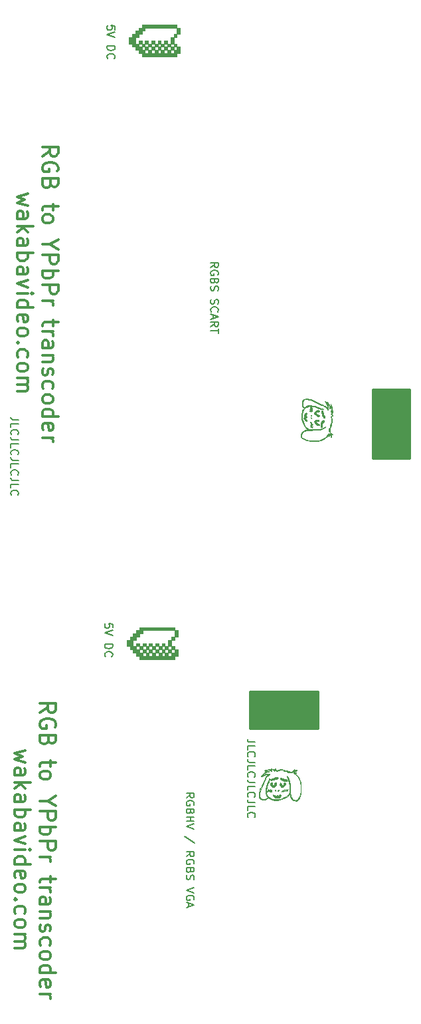
<source format=gbr>
G04 #@! TF.GenerationSoftware,KiCad,Pcbnew,(6.0.5)*
G04 #@! TF.CreationDate,2022-11-22T13:16:36+13:00*
G04 #@! TF.ProjectId,RGB-to-component-covers,5247422d-746f-42d6-936f-6d706f6e656e,rev?*
G04 #@! TF.SameCoordinates,Original*
G04 #@! TF.FileFunction,Legend,Top*
G04 #@! TF.FilePolarity,Positive*
%FSLAX46Y46*%
G04 Gerber Fmt 4.6, Leading zero omitted, Abs format (unit mm)*
G04 Created by KiCad (PCBNEW (6.0.5)) date 2022-11-22 13:16:36*
%MOMM*%
%LPD*%
G01*
G04 APERTURE LIST*
%ADD10C,0.150000*%
%ADD11C,0.300000*%
%ADD12C,0.010000*%
%ADD13C,0.254000*%
G04 APERTURE END LIST*
D10*
X108147619Y-136280952D02*
X107433333Y-136280952D01*
X107290476Y-136233333D01*
X107195238Y-136138095D01*
X107147619Y-135995238D01*
X107147619Y-135900000D01*
X107147619Y-137233333D02*
X107147619Y-136757142D01*
X108147619Y-136757142D01*
X107242857Y-138138095D02*
X107195238Y-138090476D01*
X107147619Y-137947619D01*
X107147619Y-137852380D01*
X107195238Y-137709523D01*
X107290476Y-137614285D01*
X107385714Y-137566666D01*
X107576190Y-137519047D01*
X107719047Y-137519047D01*
X107909523Y-137566666D01*
X108004761Y-137614285D01*
X108100000Y-137709523D01*
X108147619Y-137852380D01*
X108147619Y-137947619D01*
X108100000Y-138090476D01*
X108052380Y-138138095D01*
X108147619Y-138852380D02*
X107433333Y-138852380D01*
X107290476Y-138804761D01*
X107195238Y-138709523D01*
X107147619Y-138566666D01*
X107147619Y-138471428D01*
X107147619Y-139804761D02*
X107147619Y-139328571D01*
X108147619Y-139328571D01*
X107242857Y-140709523D02*
X107195238Y-140661904D01*
X107147619Y-140519047D01*
X107147619Y-140423809D01*
X107195238Y-140280952D01*
X107290476Y-140185714D01*
X107385714Y-140138095D01*
X107576190Y-140090476D01*
X107719047Y-140090476D01*
X107909523Y-140138095D01*
X108004761Y-140185714D01*
X108100000Y-140280952D01*
X108147619Y-140423809D01*
X108147619Y-140519047D01*
X108100000Y-140661904D01*
X108052380Y-140709523D01*
X108147619Y-141423809D02*
X107433333Y-141423809D01*
X107290476Y-141376190D01*
X107195238Y-141280952D01*
X107147619Y-141138095D01*
X107147619Y-141042857D01*
X107147619Y-142376190D02*
X107147619Y-141900000D01*
X108147619Y-141900000D01*
X107242857Y-143280952D02*
X107195238Y-143233333D01*
X107147619Y-143090476D01*
X107147619Y-142995238D01*
X107195238Y-142852380D01*
X107290476Y-142757142D01*
X107385714Y-142709523D01*
X107576190Y-142661904D01*
X107719047Y-142661904D01*
X107909523Y-142709523D01*
X108004761Y-142757142D01*
X108100000Y-142852380D01*
X108147619Y-142995238D01*
X108147619Y-143090476D01*
X108100000Y-143233333D01*
X108052380Y-143280952D01*
X108147619Y-143995238D02*
X107433333Y-143995238D01*
X107290476Y-143947619D01*
X107195238Y-143852380D01*
X107147619Y-143709523D01*
X107147619Y-143614285D01*
X107147619Y-144947619D02*
X107147619Y-144471428D01*
X108147619Y-144471428D01*
X107242857Y-145852380D02*
X107195238Y-145804761D01*
X107147619Y-145661904D01*
X107147619Y-145566666D01*
X107195238Y-145423809D01*
X107290476Y-145328571D01*
X107385714Y-145280952D01*
X107576190Y-145233333D01*
X107719047Y-145233333D01*
X107909523Y-145280952D01*
X108004761Y-145328571D01*
X108100000Y-145423809D01*
X108147619Y-145566666D01*
X108147619Y-145661904D01*
X108100000Y-145804761D01*
X108052380Y-145852380D01*
D11*
X81005238Y-61723809D02*
X81957619Y-61057142D01*
X81005238Y-60580952D02*
X83005238Y-60580952D01*
X83005238Y-61342857D01*
X82910000Y-61533333D01*
X82814761Y-61628571D01*
X82624285Y-61723809D01*
X82338571Y-61723809D01*
X82148095Y-61628571D01*
X82052857Y-61533333D01*
X81957619Y-61342857D01*
X81957619Y-60580952D01*
X82910000Y-63628571D02*
X83005238Y-63438095D01*
X83005238Y-63152380D01*
X82910000Y-62866666D01*
X82719523Y-62676190D01*
X82529047Y-62580952D01*
X82148095Y-62485714D01*
X81862380Y-62485714D01*
X81481428Y-62580952D01*
X81290952Y-62676190D01*
X81100476Y-62866666D01*
X81005238Y-63152380D01*
X81005238Y-63342857D01*
X81100476Y-63628571D01*
X81195714Y-63723809D01*
X81862380Y-63723809D01*
X81862380Y-63342857D01*
X82052857Y-65247619D02*
X81957619Y-65533333D01*
X81862380Y-65628571D01*
X81671904Y-65723809D01*
X81386190Y-65723809D01*
X81195714Y-65628571D01*
X81100476Y-65533333D01*
X81005238Y-65342857D01*
X81005238Y-64580952D01*
X83005238Y-64580952D01*
X83005238Y-65247619D01*
X82910000Y-65438095D01*
X82814761Y-65533333D01*
X82624285Y-65628571D01*
X82433809Y-65628571D01*
X82243333Y-65533333D01*
X82148095Y-65438095D01*
X82052857Y-65247619D01*
X82052857Y-64580952D01*
X82338571Y-67819047D02*
X82338571Y-68580952D01*
X83005238Y-68104761D02*
X81290952Y-68104761D01*
X81100476Y-68200000D01*
X81005238Y-68390476D01*
X81005238Y-68580952D01*
X81005238Y-69533333D02*
X81100476Y-69342857D01*
X81195714Y-69247619D01*
X81386190Y-69152380D01*
X81957619Y-69152380D01*
X82148095Y-69247619D01*
X82243333Y-69342857D01*
X82338571Y-69533333D01*
X82338571Y-69819047D01*
X82243333Y-70009523D01*
X82148095Y-70104761D01*
X81957619Y-70200000D01*
X81386190Y-70200000D01*
X81195714Y-70104761D01*
X81100476Y-70009523D01*
X81005238Y-69819047D01*
X81005238Y-69533333D01*
X81957619Y-72961904D02*
X81005238Y-72961904D01*
X83005238Y-72295238D02*
X81957619Y-72961904D01*
X83005238Y-73628571D01*
X81005238Y-74295238D02*
X83005238Y-74295238D01*
X83005238Y-75057142D01*
X82910000Y-75247619D01*
X82814761Y-75342857D01*
X82624285Y-75438095D01*
X82338571Y-75438095D01*
X82148095Y-75342857D01*
X82052857Y-75247619D01*
X81957619Y-75057142D01*
X81957619Y-74295238D01*
X81005238Y-76295238D02*
X83005238Y-76295238D01*
X82243333Y-76295238D02*
X82338571Y-76485714D01*
X82338571Y-76866666D01*
X82243333Y-77057142D01*
X82148095Y-77152380D01*
X81957619Y-77247619D01*
X81386190Y-77247619D01*
X81195714Y-77152380D01*
X81100476Y-77057142D01*
X81005238Y-76866666D01*
X81005238Y-76485714D01*
X81100476Y-76295238D01*
X81005238Y-78104761D02*
X83005238Y-78104761D01*
X83005238Y-78866666D01*
X82910000Y-79057142D01*
X82814761Y-79152380D01*
X82624285Y-79247619D01*
X82338571Y-79247619D01*
X82148095Y-79152380D01*
X82052857Y-79057142D01*
X81957619Y-78866666D01*
X81957619Y-78104761D01*
X81005238Y-80104761D02*
X82338571Y-80104761D01*
X81957619Y-80104761D02*
X82148095Y-80200000D01*
X82243333Y-80295238D01*
X82338571Y-80485714D01*
X82338571Y-80676190D01*
X82338571Y-82580952D02*
X82338571Y-83342857D01*
X83005238Y-82866666D02*
X81290952Y-82866666D01*
X81100476Y-82961904D01*
X81005238Y-83152380D01*
X81005238Y-83342857D01*
X81005238Y-84009523D02*
X82338571Y-84009523D01*
X81957619Y-84009523D02*
X82148095Y-84104761D01*
X82243333Y-84200000D01*
X82338571Y-84390476D01*
X82338571Y-84580952D01*
X81005238Y-86104761D02*
X82052857Y-86104761D01*
X82243333Y-86009523D01*
X82338571Y-85819047D01*
X82338571Y-85438095D01*
X82243333Y-85247619D01*
X81100476Y-86104761D02*
X81005238Y-85914285D01*
X81005238Y-85438095D01*
X81100476Y-85247619D01*
X81290952Y-85152380D01*
X81481428Y-85152380D01*
X81671904Y-85247619D01*
X81767142Y-85438095D01*
X81767142Y-85914285D01*
X81862380Y-86104761D01*
X82338571Y-87057142D02*
X81005238Y-87057142D01*
X82148095Y-87057142D02*
X82243333Y-87152380D01*
X82338571Y-87342857D01*
X82338571Y-87628571D01*
X82243333Y-87819047D01*
X82052857Y-87914285D01*
X81005238Y-87914285D01*
X81100476Y-88771428D02*
X81005238Y-88961904D01*
X81005238Y-89342857D01*
X81100476Y-89533333D01*
X81290952Y-89628571D01*
X81386190Y-89628571D01*
X81576666Y-89533333D01*
X81671904Y-89342857D01*
X81671904Y-89057142D01*
X81767142Y-88866666D01*
X81957619Y-88771428D01*
X82052857Y-88771428D01*
X82243333Y-88866666D01*
X82338571Y-89057142D01*
X82338571Y-89342857D01*
X82243333Y-89533333D01*
X81100476Y-91342857D02*
X81005238Y-91152380D01*
X81005238Y-90771428D01*
X81100476Y-90580952D01*
X81195714Y-90485714D01*
X81386190Y-90390476D01*
X81957619Y-90390476D01*
X82148095Y-90485714D01*
X82243333Y-90580952D01*
X82338571Y-90771428D01*
X82338571Y-91152380D01*
X82243333Y-91342857D01*
X81005238Y-92485714D02*
X81100476Y-92295238D01*
X81195714Y-92200000D01*
X81386190Y-92104761D01*
X81957619Y-92104761D01*
X82148095Y-92200000D01*
X82243333Y-92295238D01*
X82338571Y-92485714D01*
X82338571Y-92771428D01*
X82243333Y-92961904D01*
X82148095Y-93057142D01*
X81957619Y-93152380D01*
X81386190Y-93152380D01*
X81195714Y-93057142D01*
X81100476Y-92961904D01*
X81005238Y-92771428D01*
X81005238Y-92485714D01*
X81005238Y-94866666D02*
X83005238Y-94866666D01*
X81100476Y-94866666D02*
X81005238Y-94676190D01*
X81005238Y-94295238D01*
X81100476Y-94104761D01*
X81195714Y-94009523D01*
X81386190Y-93914285D01*
X81957619Y-93914285D01*
X82148095Y-94009523D01*
X82243333Y-94104761D01*
X82338571Y-94295238D01*
X82338571Y-94676190D01*
X82243333Y-94866666D01*
X81100476Y-96580952D02*
X81005238Y-96390476D01*
X81005238Y-96009523D01*
X81100476Y-95819047D01*
X81290952Y-95723809D01*
X82052857Y-95723809D01*
X82243333Y-95819047D01*
X82338571Y-96009523D01*
X82338571Y-96390476D01*
X82243333Y-96580952D01*
X82052857Y-96676190D01*
X81862380Y-96676190D01*
X81671904Y-95723809D01*
X81005238Y-97533333D02*
X82338571Y-97533333D01*
X81957619Y-97533333D02*
X82148095Y-97628571D01*
X82243333Y-97723809D01*
X82338571Y-97914285D01*
X82338571Y-98104761D01*
X79118571Y-66533333D02*
X77785238Y-66914285D01*
X78737619Y-67295238D01*
X77785238Y-67676190D01*
X79118571Y-68057142D01*
X77785238Y-69676190D02*
X78832857Y-69676190D01*
X79023333Y-69580952D01*
X79118571Y-69390476D01*
X79118571Y-69009523D01*
X79023333Y-68819047D01*
X77880476Y-69676190D02*
X77785238Y-69485714D01*
X77785238Y-69009523D01*
X77880476Y-68819047D01*
X78070952Y-68723809D01*
X78261428Y-68723809D01*
X78451904Y-68819047D01*
X78547142Y-69009523D01*
X78547142Y-69485714D01*
X78642380Y-69676190D01*
X77785238Y-70628571D02*
X79785238Y-70628571D01*
X78547142Y-70819047D02*
X77785238Y-71390476D01*
X79118571Y-71390476D02*
X78356666Y-70628571D01*
X77785238Y-73104761D02*
X78832857Y-73104761D01*
X79023333Y-73009523D01*
X79118571Y-72819047D01*
X79118571Y-72438095D01*
X79023333Y-72247619D01*
X77880476Y-73104761D02*
X77785238Y-72914285D01*
X77785238Y-72438095D01*
X77880476Y-72247619D01*
X78070952Y-72152380D01*
X78261428Y-72152380D01*
X78451904Y-72247619D01*
X78547142Y-72438095D01*
X78547142Y-72914285D01*
X78642380Y-73104761D01*
X77785238Y-74057142D02*
X79785238Y-74057142D01*
X79023333Y-74057142D02*
X79118571Y-74247619D01*
X79118571Y-74628571D01*
X79023333Y-74819047D01*
X78928095Y-74914285D01*
X78737619Y-75009523D01*
X78166190Y-75009523D01*
X77975714Y-74914285D01*
X77880476Y-74819047D01*
X77785238Y-74628571D01*
X77785238Y-74247619D01*
X77880476Y-74057142D01*
X77785238Y-76723809D02*
X78832857Y-76723809D01*
X79023333Y-76628571D01*
X79118571Y-76438095D01*
X79118571Y-76057142D01*
X79023333Y-75866666D01*
X77880476Y-76723809D02*
X77785238Y-76533333D01*
X77785238Y-76057142D01*
X77880476Y-75866666D01*
X78070952Y-75771428D01*
X78261428Y-75771428D01*
X78451904Y-75866666D01*
X78547142Y-76057142D01*
X78547142Y-76533333D01*
X78642380Y-76723809D01*
X79118571Y-77485714D02*
X77785238Y-77961904D01*
X79118571Y-78438095D01*
X77785238Y-79200000D02*
X79118571Y-79200000D01*
X79785238Y-79200000D02*
X79690000Y-79104761D01*
X79594761Y-79200000D01*
X79690000Y-79295238D01*
X79785238Y-79200000D01*
X79594761Y-79200000D01*
X77785238Y-81009523D02*
X79785238Y-81009523D01*
X77880476Y-81009523D02*
X77785238Y-80819047D01*
X77785238Y-80438095D01*
X77880476Y-80247619D01*
X77975714Y-80152380D01*
X78166190Y-80057142D01*
X78737619Y-80057142D01*
X78928095Y-80152380D01*
X79023333Y-80247619D01*
X79118571Y-80438095D01*
X79118571Y-80819047D01*
X79023333Y-81009523D01*
X77880476Y-82723809D02*
X77785238Y-82533333D01*
X77785238Y-82152380D01*
X77880476Y-81961904D01*
X78070952Y-81866666D01*
X78832857Y-81866666D01*
X79023333Y-81961904D01*
X79118571Y-82152380D01*
X79118571Y-82533333D01*
X79023333Y-82723809D01*
X78832857Y-82819047D01*
X78642380Y-82819047D01*
X78451904Y-81866666D01*
X77785238Y-83961904D02*
X77880476Y-83771428D01*
X77975714Y-83676190D01*
X78166190Y-83580952D01*
X78737619Y-83580952D01*
X78928095Y-83676190D01*
X79023333Y-83771428D01*
X79118571Y-83961904D01*
X79118571Y-84247619D01*
X79023333Y-84438095D01*
X78928095Y-84533333D01*
X78737619Y-84628571D01*
X78166190Y-84628571D01*
X77975714Y-84533333D01*
X77880476Y-84438095D01*
X77785238Y-84247619D01*
X77785238Y-83961904D01*
X77975714Y-85485714D02*
X77880476Y-85580952D01*
X77785238Y-85485714D01*
X77880476Y-85390476D01*
X77975714Y-85485714D01*
X77785238Y-85485714D01*
X77880476Y-87295238D02*
X77785238Y-87104761D01*
X77785238Y-86723809D01*
X77880476Y-86533333D01*
X77975714Y-86438095D01*
X78166190Y-86342857D01*
X78737619Y-86342857D01*
X78928095Y-86438095D01*
X79023333Y-86533333D01*
X79118571Y-86723809D01*
X79118571Y-87104761D01*
X79023333Y-87295238D01*
X77785238Y-88438095D02*
X77880476Y-88247619D01*
X77975714Y-88152380D01*
X78166190Y-88057142D01*
X78737619Y-88057142D01*
X78928095Y-88152380D01*
X79023333Y-88247619D01*
X79118571Y-88438095D01*
X79118571Y-88723809D01*
X79023333Y-88914285D01*
X78928095Y-89009523D01*
X78737619Y-89104761D01*
X78166190Y-89104761D01*
X77975714Y-89009523D01*
X77880476Y-88914285D01*
X77785238Y-88723809D01*
X77785238Y-88438095D01*
X77785238Y-89961904D02*
X79118571Y-89961904D01*
X78928095Y-89961904D02*
X79023333Y-90057142D01*
X79118571Y-90247619D01*
X79118571Y-90533333D01*
X79023333Y-90723809D01*
X78832857Y-90819047D01*
X77785238Y-90819047D01*
X78832857Y-90819047D02*
X79023333Y-90914285D01*
X79118571Y-91104761D01*
X79118571Y-91390476D01*
X79023333Y-91580952D01*
X78832857Y-91676190D01*
X77785238Y-91676190D01*
D10*
X90247619Y-45628571D02*
X90247619Y-45152380D01*
X89771428Y-45104761D01*
X89819047Y-45152380D01*
X89866666Y-45247619D01*
X89866666Y-45485714D01*
X89819047Y-45580952D01*
X89771428Y-45628571D01*
X89676190Y-45676190D01*
X89438095Y-45676190D01*
X89342857Y-45628571D01*
X89295238Y-45580952D01*
X89247619Y-45485714D01*
X89247619Y-45247619D01*
X89295238Y-45152380D01*
X89342857Y-45104761D01*
X90247619Y-45961904D02*
X89247619Y-46295238D01*
X90247619Y-46628571D01*
X89247619Y-47723809D02*
X90247619Y-47723809D01*
X90247619Y-47961904D01*
X90200000Y-48104761D01*
X90104761Y-48200000D01*
X90009523Y-48247619D01*
X89819047Y-48295238D01*
X89676190Y-48295238D01*
X89485714Y-48247619D01*
X89390476Y-48200000D01*
X89295238Y-48104761D01*
X89247619Y-47961904D01*
X89247619Y-47723809D01*
X89342857Y-49295238D02*
X89295238Y-49247619D01*
X89247619Y-49104761D01*
X89247619Y-49009523D01*
X89295238Y-48866666D01*
X89390476Y-48771428D01*
X89485714Y-48723809D01*
X89676190Y-48676190D01*
X89819047Y-48676190D01*
X90009523Y-48723809D01*
X90104761Y-48771428D01*
X90200000Y-48866666D01*
X90247619Y-49009523D01*
X90247619Y-49104761D01*
X90200000Y-49247619D01*
X90152380Y-49295238D01*
X102447619Y-75866666D02*
X102923809Y-75533333D01*
X102447619Y-75295238D02*
X103447619Y-75295238D01*
X103447619Y-75676190D01*
X103400000Y-75771428D01*
X103352380Y-75819047D01*
X103257142Y-75866666D01*
X103114285Y-75866666D01*
X103019047Y-75819047D01*
X102971428Y-75771428D01*
X102923809Y-75676190D01*
X102923809Y-75295238D01*
X103400000Y-76819047D02*
X103447619Y-76723809D01*
X103447619Y-76580952D01*
X103400000Y-76438095D01*
X103304761Y-76342857D01*
X103209523Y-76295238D01*
X103019047Y-76247619D01*
X102876190Y-76247619D01*
X102685714Y-76295238D01*
X102590476Y-76342857D01*
X102495238Y-76438095D01*
X102447619Y-76580952D01*
X102447619Y-76676190D01*
X102495238Y-76819047D01*
X102542857Y-76866666D01*
X102876190Y-76866666D01*
X102876190Y-76676190D01*
X102971428Y-77628571D02*
X102923809Y-77771428D01*
X102876190Y-77819047D01*
X102780952Y-77866666D01*
X102638095Y-77866666D01*
X102542857Y-77819047D01*
X102495238Y-77771428D01*
X102447619Y-77676190D01*
X102447619Y-77295238D01*
X103447619Y-77295238D01*
X103447619Y-77628571D01*
X103400000Y-77723809D01*
X103352380Y-77771428D01*
X103257142Y-77819047D01*
X103161904Y-77819047D01*
X103066666Y-77771428D01*
X103019047Y-77723809D01*
X102971428Y-77628571D01*
X102971428Y-77295238D01*
X102495238Y-78247619D02*
X102447619Y-78390476D01*
X102447619Y-78628571D01*
X102495238Y-78723809D01*
X102542857Y-78771428D01*
X102638095Y-78819047D01*
X102733333Y-78819047D01*
X102828571Y-78771428D01*
X102876190Y-78723809D01*
X102923809Y-78628571D01*
X102971428Y-78438095D01*
X103019047Y-78342857D01*
X103066666Y-78295238D01*
X103161904Y-78247619D01*
X103257142Y-78247619D01*
X103352380Y-78295238D01*
X103400000Y-78342857D01*
X103447619Y-78438095D01*
X103447619Y-78676190D01*
X103400000Y-78819047D01*
X102495238Y-79961904D02*
X102447619Y-80104761D01*
X102447619Y-80342857D01*
X102495238Y-80438095D01*
X102542857Y-80485714D01*
X102638095Y-80533333D01*
X102733333Y-80533333D01*
X102828571Y-80485714D01*
X102876190Y-80438095D01*
X102923809Y-80342857D01*
X102971428Y-80152380D01*
X103019047Y-80057142D01*
X103066666Y-80009523D01*
X103161904Y-79961904D01*
X103257142Y-79961904D01*
X103352380Y-80009523D01*
X103400000Y-80057142D01*
X103447619Y-80152380D01*
X103447619Y-80390476D01*
X103400000Y-80533333D01*
X102542857Y-81533333D02*
X102495238Y-81485714D01*
X102447619Y-81342857D01*
X102447619Y-81247619D01*
X102495238Y-81104761D01*
X102590476Y-81009523D01*
X102685714Y-80961904D01*
X102876190Y-80914285D01*
X103019047Y-80914285D01*
X103209523Y-80961904D01*
X103304761Y-81009523D01*
X103400000Y-81104761D01*
X103447619Y-81247619D01*
X103447619Y-81342857D01*
X103400000Y-81485714D01*
X103352380Y-81533333D01*
X102733333Y-81914285D02*
X102733333Y-82390476D01*
X102447619Y-81819047D02*
X103447619Y-82152380D01*
X102447619Y-82485714D01*
X102447619Y-83390476D02*
X102923809Y-83057142D01*
X102447619Y-82819047D02*
X103447619Y-82819047D01*
X103447619Y-83200000D01*
X103400000Y-83295238D01*
X103352380Y-83342857D01*
X103257142Y-83390476D01*
X103114285Y-83390476D01*
X103019047Y-83342857D01*
X102971428Y-83295238D01*
X102923809Y-83200000D01*
X102923809Y-82819047D01*
X103447619Y-83676190D02*
X103447619Y-84247619D01*
X102447619Y-83961904D02*
X103447619Y-83961904D01*
X77947619Y-95280952D02*
X77233333Y-95280952D01*
X77090476Y-95233333D01*
X76995238Y-95138095D01*
X76947619Y-94995238D01*
X76947619Y-94900000D01*
X76947619Y-96233333D02*
X76947619Y-95757142D01*
X77947619Y-95757142D01*
X77042857Y-97138095D02*
X76995238Y-97090476D01*
X76947619Y-96947619D01*
X76947619Y-96852380D01*
X76995238Y-96709523D01*
X77090476Y-96614285D01*
X77185714Y-96566666D01*
X77376190Y-96519047D01*
X77519047Y-96519047D01*
X77709523Y-96566666D01*
X77804761Y-96614285D01*
X77900000Y-96709523D01*
X77947619Y-96852380D01*
X77947619Y-96947619D01*
X77900000Y-97090476D01*
X77852380Y-97138095D01*
X77947619Y-97852380D02*
X77233333Y-97852380D01*
X77090476Y-97804761D01*
X76995238Y-97709523D01*
X76947619Y-97566666D01*
X76947619Y-97471428D01*
X76947619Y-98804761D02*
X76947619Y-98328571D01*
X77947619Y-98328571D01*
X77042857Y-99709523D02*
X76995238Y-99661904D01*
X76947619Y-99519047D01*
X76947619Y-99423809D01*
X76995238Y-99280952D01*
X77090476Y-99185714D01*
X77185714Y-99138095D01*
X77376190Y-99090476D01*
X77519047Y-99090476D01*
X77709523Y-99138095D01*
X77804761Y-99185714D01*
X77900000Y-99280952D01*
X77947619Y-99423809D01*
X77947619Y-99519047D01*
X77900000Y-99661904D01*
X77852380Y-99709523D01*
X77947619Y-100423809D02*
X77233333Y-100423809D01*
X77090476Y-100376190D01*
X76995238Y-100280952D01*
X76947619Y-100138095D01*
X76947619Y-100042857D01*
X76947619Y-101376190D02*
X76947619Y-100900000D01*
X77947619Y-100900000D01*
X77042857Y-102280952D02*
X76995238Y-102233333D01*
X76947619Y-102090476D01*
X76947619Y-101995238D01*
X76995238Y-101852380D01*
X77090476Y-101757142D01*
X77185714Y-101709523D01*
X77376190Y-101661904D01*
X77519047Y-101661904D01*
X77709523Y-101709523D01*
X77804761Y-101757142D01*
X77900000Y-101852380D01*
X77947619Y-101995238D01*
X77947619Y-102090476D01*
X77900000Y-102233333D01*
X77852380Y-102280952D01*
X77947619Y-102995238D02*
X77233333Y-102995238D01*
X77090476Y-102947619D01*
X76995238Y-102852380D01*
X76947619Y-102709523D01*
X76947619Y-102614285D01*
X76947619Y-103947619D02*
X76947619Y-103471428D01*
X77947619Y-103471428D01*
X77042857Y-104852380D02*
X76995238Y-104804761D01*
X76947619Y-104661904D01*
X76947619Y-104566666D01*
X76995238Y-104423809D01*
X77090476Y-104328571D01*
X77185714Y-104280952D01*
X77376190Y-104233333D01*
X77519047Y-104233333D01*
X77709523Y-104280952D01*
X77804761Y-104328571D01*
X77900000Y-104423809D01*
X77947619Y-104566666D01*
X77947619Y-104661904D01*
X77900000Y-104804761D01*
X77852380Y-104852380D01*
D11*
X80705238Y-132523809D02*
X81657619Y-131857142D01*
X80705238Y-131380952D02*
X82705238Y-131380952D01*
X82705238Y-132142857D01*
X82610000Y-132333333D01*
X82514761Y-132428571D01*
X82324285Y-132523809D01*
X82038571Y-132523809D01*
X81848095Y-132428571D01*
X81752857Y-132333333D01*
X81657619Y-132142857D01*
X81657619Y-131380952D01*
X82610000Y-134428571D02*
X82705238Y-134238095D01*
X82705238Y-133952380D01*
X82610000Y-133666666D01*
X82419523Y-133476190D01*
X82229047Y-133380952D01*
X81848095Y-133285714D01*
X81562380Y-133285714D01*
X81181428Y-133380952D01*
X80990952Y-133476190D01*
X80800476Y-133666666D01*
X80705238Y-133952380D01*
X80705238Y-134142857D01*
X80800476Y-134428571D01*
X80895714Y-134523809D01*
X81562380Y-134523809D01*
X81562380Y-134142857D01*
X81752857Y-136047619D02*
X81657619Y-136333333D01*
X81562380Y-136428571D01*
X81371904Y-136523809D01*
X81086190Y-136523809D01*
X80895714Y-136428571D01*
X80800476Y-136333333D01*
X80705238Y-136142857D01*
X80705238Y-135380952D01*
X82705238Y-135380952D01*
X82705238Y-136047619D01*
X82610000Y-136238095D01*
X82514761Y-136333333D01*
X82324285Y-136428571D01*
X82133809Y-136428571D01*
X81943333Y-136333333D01*
X81848095Y-136238095D01*
X81752857Y-136047619D01*
X81752857Y-135380952D01*
X82038571Y-138619047D02*
X82038571Y-139380952D01*
X82705238Y-138904761D02*
X80990952Y-138904761D01*
X80800476Y-139000000D01*
X80705238Y-139190476D01*
X80705238Y-139380952D01*
X80705238Y-140333333D02*
X80800476Y-140142857D01*
X80895714Y-140047619D01*
X81086190Y-139952380D01*
X81657619Y-139952380D01*
X81848095Y-140047619D01*
X81943333Y-140142857D01*
X82038571Y-140333333D01*
X82038571Y-140619047D01*
X81943333Y-140809523D01*
X81848095Y-140904761D01*
X81657619Y-141000000D01*
X81086190Y-141000000D01*
X80895714Y-140904761D01*
X80800476Y-140809523D01*
X80705238Y-140619047D01*
X80705238Y-140333333D01*
X81657619Y-143761904D02*
X80705238Y-143761904D01*
X82705238Y-143095238D02*
X81657619Y-143761904D01*
X82705238Y-144428571D01*
X80705238Y-145095238D02*
X82705238Y-145095238D01*
X82705238Y-145857142D01*
X82610000Y-146047619D01*
X82514761Y-146142857D01*
X82324285Y-146238095D01*
X82038571Y-146238095D01*
X81848095Y-146142857D01*
X81752857Y-146047619D01*
X81657619Y-145857142D01*
X81657619Y-145095238D01*
X80705238Y-147095238D02*
X82705238Y-147095238D01*
X81943333Y-147095238D02*
X82038571Y-147285714D01*
X82038571Y-147666666D01*
X81943333Y-147857142D01*
X81848095Y-147952380D01*
X81657619Y-148047619D01*
X81086190Y-148047619D01*
X80895714Y-147952380D01*
X80800476Y-147857142D01*
X80705238Y-147666666D01*
X80705238Y-147285714D01*
X80800476Y-147095238D01*
X80705238Y-148904761D02*
X82705238Y-148904761D01*
X82705238Y-149666666D01*
X82610000Y-149857142D01*
X82514761Y-149952380D01*
X82324285Y-150047619D01*
X82038571Y-150047619D01*
X81848095Y-149952380D01*
X81752857Y-149857142D01*
X81657619Y-149666666D01*
X81657619Y-148904761D01*
X80705238Y-150904761D02*
X82038571Y-150904761D01*
X81657619Y-150904761D02*
X81848095Y-151000000D01*
X81943333Y-151095238D01*
X82038571Y-151285714D01*
X82038571Y-151476190D01*
X82038571Y-153380952D02*
X82038571Y-154142857D01*
X82705238Y-153666666D02*
X80990952Y-153666666D01*
X80800476Y-153761904D01*
X80705238Y-153952380D01*
X80705238Y-154142857D01*
X80705238Y-154809523D02*
X82038571Y-154809523D01*
X81657619Y-154809523D02*
X81848095Y-154904761D01*
X81943333Y-155000000D01*
X82038571Y-155190476D01*
X82038571Y-155380952D01*
X80705238Y-156904761D02*
X81752857Y-156904761D01*
X81943333Y-156809523D01*
X82038571Y-156619047D01*
X82038571Y-156238095D01*
X81943333Y-156047619D01*
X80800476Y-156904761D02*
X80705238Y-156714285D01*
X80705238Y-156238095D01*
X80800476Y-156047619D01*
X80990952Y-155952380D01*
X81181428Y-155952380D01*
X81371904Y-156047619D01*
X81467142Y-156238095D01*
X81467142Y-156714285D01*
X81562380Y-156904761D01*
X82038571Y-157857142D02*
X80705238Y-157857142D01*
X81848095Y-157857142D02*
X81943333Y-157952380D01*
X82038571Y-158142857D01*
X82038571Y-158428571D01*
X81943333Y-158619047D01*
X81752857Y-158714285D01*
X80705238Y-158714285D01*
X80800476Y-159571428D02*
X80705238Y-159761904D01*
X80705238Y-160142857D01*
X80800476Y-160333333D01*
X80990952Y-160428571D01*
X81086190Y-160428571D01*
X81276666Y-160333333D01*
X81371904Y-160142857D01*
X81371904Y-159857142D01*
X81467142Y-159666666D01*
X81657619Y-159571428D01*
X81752857Y-159571428D01*
X81943333Y-159666666D01*
X82038571Y-159857142D01*
X82038571Y-160142857D01*
X81943333Y-160333333D01*
X80800476Y-162142857D02*
X80705238Y-161952380D01*
X80705238Y-161571428D01*
X80800476Y-161380952D01*
X80895714Y-161285714D01*
X81086190Y-161190476D01*
X81657619Y-161190476D01*
X81848095Y-161285714D01*
X81943333Y-161380952D01*
X82038571Y-161571428D01*
X82038571Y-161952380D01*
X81943333Y-162142857D01*
X80705238Y-163285714D02*
X80800476Y-163095238D01*
X80895714Y-163000000D01*
X81086190Y-162904761D01*
X81657619Y-162904761D01*
X81848095Y-163000000D01*
X81943333Y-163095238D01*
X82038571Y-163285714D01*
X82038571Y-163571428D01*
X81943333Y-163761904D01*
X81848095Y-163857142D01*
X81657619Y-163952380D01*
X81086190Y-163952380D01*
X80895714Y-163857142D01*
X80800476Y-163761904D01*
X80705238Y-163571428D01*
X80705238Y-163285714D01*
X80705238Y-165666666D02*
X82705238Y-165666666D01*
X80800476Y-165666666D02*
X80705238Y-165476190D01*
X80705238Y-165095238D01*
X80800476Y-164904761D01*
X80895714Y-164809523D01*
X81086190Y-164714285D01*
X81657619Y-164714285D01*
X81848095Y-164809523D01*
X81943333Y-164904761D01*
X82038571Y-165095238D01*
X82038571Y-165476190D01*
X81943333Y-165666666D01*
X80800476Y-167380952D02*
X80705238Y-167190476D01*
X80705238Y-166809523D01*
X80800476Y-166619047D01*
X80990952Y-166523809D01*
X81752857Y-166523809D01*
X81943333Y-166619047D01*
X82038571Y-166809523D01*
X82038571Y-167190476D01*
X81943333Y-167380952D01*
X81752857Y-167476190D01*
X81562380Y-167476190D01*
X81371904Y-166523809D01*
X80705238Y-168333333D02*
X82038571Y-168333333D01*
X81657619Y-168333333D02*
X81848095Y-168428571D01*
X81943333Y-168523809D01*
X82038571Y-168714285D01*
X82038571Y-168904761D01*
X78818571Y-137333333D02*
X77485238Y-137714285D01*
X78437619Y-138095238D01*
X77485238Y-138476190D01*
X78818571Y-138857142D01*
X77485238Y-140476190D02*
X78532857Y-140476190D01*
X78723333Y-140380952D01*
X78818571Y-140190476D01*
X78818571Y-139809523D01*
X78723333Y-139619047D01*
X77580476Y-140476190D02*
X77485238Y-140285714D01*
X77485238Y-139809523D01*
X77580476Y-139619047D01*
X77770952Y-139523809D01*
X77961428Y-139523809D01*
X78151904Y-139619047D01*
X78247142Y-139809523D01*
X78247142Y-140285714D01*
X78342380Y-140476190D01*
X77485238Y-141428571D02*
X79485238Y-141428571D01*
X78247142Y-141619047D02*
X77485238Y-142190476D01*
X78818571Y-142190476D02*
X78056666Y-141428571D01*
X77485238Y-143904761D02*
X78532857Y-143904761D01*
X78723333Y-143809523D01*
X78818571Y-143619047D01*
X78818571Y-143238095D01*
X78723333Y-143047619D01*
X77580476Y-143904761D02*
X77485238Y-143714285D01*
X77485238Y-143238095D01*
X77580476Y-143047619D01*
X77770952Y-142952380D01*
X77961428Y-142952380D01*
X78151904Y-143047619D01*
X78247142Y-143238095D01*
X78247142Y-143714285D01*
X78342380Y-143904761D01*
X77485238Y-144857142D02*
X79485238Y-144857142D01*
X78723333Y-144857142D02*
X78818571Y-145047619D01*
X78818571Y-145428571D01*
X78723333Y-145619047D01*
X78628095Y-145714285D01*
X78437619Y-145809523D01*
X77866190Y-145809523D01*
X77675714Y-145714285D01*
X77580476Y-145619047D01*
X77485238Y-145428571D01*
X77485238Y-145047619D01*
X77580476Y-144857142D01*
X77485238Y-147523809D02*
X78532857Y-147523809D01*
X78723333Y-147428571D01*
X78818571Y-147238095D01*
X78818571Y-146857142D01*
X78723333Y-146666666D01*
X77580476Y-147523809D02*
X77485238Y-147333333D01*
X77485238Y-146857142D01*
X77580476Y-146666666D01*
X77770952Y-146571428D01*
X77961428Y-146571428D01*
X78151904Y-146666666D01*
X78247142Y-146857142D01*
X78247142Y-147333333D01*
X78342380Y-147523809D01*
X78818571Y-148285714D02*
X77485238Y-148761904D01*
X78818571Y-149238095D01*
X77485238Y-150000000D02*
X78818571Y-150000000D01*
X79485238Y-150000000D02*
X79390000Y-149904761D01*
X79294761Y-150000000D01*
X79390000Y-150095238D01*
X79485238Y-150000000D01*
X79294761Y-150000000D01*
X77485238Y-151809523D02*
X79485238Y-151809523D01*
X77580476Y-151809523D02*
X77485238Y-151619047D01*
X77485238Y-151238095D01*
X77580476Y-151047619D01*
X77675714Y-150952380D01*
X77866190Y-150857142D01*
X78437619Y-150857142D01*
X78628095Y-150952380D01*
X78723333Y-151047619D01*
X78818571Y-151238095D01*
X78818571Y-151619047D01*
X78723333Y-151809523D01*
X77580476Y-153523809D02*
X77485238Y-153333333D01*
X77485238Y-152952380D01*
X77580476Y-152761904D01*
X77770952Y-152666666D01*
X78532857Y-152666666D01*
X78723333Y-152761904D01*
X78818571Y-152952380D01*
X78818571Y-153333333D01*
X78723333Y-153523809D01*
X78532857Y-153619047D01*
X78342380Y-153619047D01*
X78151904Y-152666666D01*
X77485238Y-154761904D02*
X77580476Y-154571428D01*
X77675714Y-154476190D01*
X77866190Y-154380952D01*
X78437619Y-154380952D01*
X78628095Y-154476190D01*
X78723333Y-154571428D01*
X78818571Y-154761904D01*
X78818571Y-155047619D01*
X78723333Y-155238095D01*
X78628095Y-155333333D01*
X78437619Y-155428571D01*
X77866190Y-155428571D01*
X77675714Y-155333333D01*
X77580476Y-155238095D01*
X77485238Y-155047619D01*
X77485238Y-154761904D01*
X77675714Y-156285714D02*
X77580476Y-156380952D01*
X77485238Y-156285714D01*
X77580476Y-156190476D01*
X77675714Y-156285714D01*
X77485238Y-156285714D01*
X77580476Y-158095238D02*
X77485238Y-157904761D01*
X77485238Y-157523809D01*
X77580476Y-157333333D01*
X77675714Y-157238095D01*
X77866190Y-157142857D01*
X78437619Y-157142857D01*
X78628095Y-157238095D01*
X78723333Y-157333333D01*
X78818571Y-157523809D01*
X78818571Y-157904761D01*
X78723333Y-158095238D01*
X77485238Y-159238095D02*
X77580476Y-159047619D01*
X77675714Y-158952380D01*
X77866190Y-158857142D01*
X78437619Y-158857142D01*
X78628095Y-158952380D01*
X78723333Y-159047619D01*
X78818571Y-159238095D01*
X78818571Y-159523809D01*
X78723333Y-159714285D01*
X78628095Y-159809523D01*
X78437619Y-159904761D01*
X77866190Y-159904761D01*
X77675714Y-159809523D01*
X77580476Y-159714285D01*
X77485238Y-159523809D01*
X77485238Y-159238095D01*
X77485238Y-160761904D02*
X78818571Y-160761904D01*
X78628095Y-160761904D02*
X78723333Y-160857142D01*
X78818571Y-161047619D01*
X78818571Y-161333333D01*
X78723333Y-161523809D01*
X78532857Y-161619047D01*
X77485238Y-161619047D01*
X78532857Y-161619047D02*
X78723333Y-161714285D01*
X78818571Y-161904761D01*
X78818571Y-162190476D01*
X78723333Y-162380952D01*
X78532857Y-162476190D01*
X77485238Y-162476190D01*
D10*
X99347619Y-143357142D02*
X99823809Y-143023809D01*
X99347619Y-142785714D02*
X100347619Y-142785714D01*
X100347619Y-143166666D01*
X100300000Y-143261904D01*
X100252380Y-143309523D01*
X100157142Y-143357142D01*
X100014285Y-143357142D01*
X99919047Y-143309523D01*
X99871428Y-143261904D01*
X99823809Y-143166666D01*
X99823809Y-142785714D01*
X100300000Y-144309523D02*
X100347619Y-144214285D01*
X100347619Y-144071428D01*
X100300000Y-143928571D01*
X100204761Y-143833333D01*
X100109523Y-143785714D01*
X99919047Y-143738095D01*
X99776190Y-143738095D01*
X99585714Y-143785714D01*
X99490476Y-143833333D01*
X99395238Y-143928571D01*
X99347619Y-144071428D01*
X99347619Y-144166666D01*
X99395238Y-144309523D01*
X99442857Y-144357142D01*
X99776190Y-144357142D01*
X99776190Y-144166666D01*
X99871428Y-145119047D02*
X99823809Y-145261904D01*
X99776190Y-145309523D01*
X99680952Y-145357142D01*
X99538095Y-145357142D01*
X99442857Y-145309523D01*
X99395238Y-145261904D01*
X99347619Y-145166666D01*
X99347619Y-144785714D01*
X100347619Y-144785714D01*
X100347619Y-145119047D01*
X100300000Y-145214285D01*
X100252380Y-145261904D01*
X100157142Y-145309523D01*
X100061904Y-145309523D01*
X99966666Y-145261904D01*
X99919047Y-145214285D01*
X99871428Y-145119047D01*
X99871428Y-144785714D01*
X99347619Y-145785714D02*
X100347619Y-145785714D01*
X99871428Y-145785714D02*
X99871428Y-146357142D01*
X99347619Y-146357142D02*
X100347619Y-146357142D01*
X100347619Y-146690476D02*
X99347619Y-147023809D01*
X100347619Y-147357142D01*
X100395238Y-149166666D02*
X99109523Y-148309523D01*
X99347619Y-150833333D02*
X99823809Y-150500000D01*
X99347619Y-150261904D02*
X100347619Y-150261904D01*
X100347619Y-150642857D01*
X100300000Y-150738095D01*
X100252380Y-150785714D01*
X100157142Y-150833333D01*
X100014285Y-150833333D01*
X99919047Y-150785714D01*
X99871428Y-150738095D01*
X99823809Y-150642857D01*
X99823809Y-150261904D01*
X100300000Y-151785714D02*
X100347619Y-151690476D01*
X100347619Y-151547619D01*
X100300000Y-151404761D01*
X100204761Y-151309523D01*
X100109523Y-151261904D01*
X99919047Y-151214285D01*
X99776190Y-151214285D01*
X99585714Y-151261904D01*
X99490476Y-151309523D01*
X99395238Y-151404761D01*
X99347619Y-151547619D01*
X99347619Y-151642857D01*
X99395238Y-151785714D01*
X99442857Y-151833333D01*
X99776190Y-151833333D01*
X99776190Y-151642857D01*
X99871428Y-152595238D02*
X99823809Y-152738095D01*
X99776190Y-152785714D01*
X99680952Y-152833333D01*
X99538095Y-152833333D01*
X99442857Y-152785714D01*
X99395238Y-152738095D01*
X99347619Y-152642857D01*
X99347619Y-152261904D01*
X100347619Y-152261904D01*
X100347619Y-152595238D01*
X100300000Y-152690476D01*
X100252380Y-152738095D01*
X100157142Y-152785714D01*
X100061904Y-152785714D01*
X99966666Y-152738095D01*
X99919047Y-152690476D01*
X99871428Y-152595238D01*
X99871428Y-152261904D01*
X99395238Y-153214285D02*
X99347619Y-153357142D01*
X99347619Y-153595238D01*
X99395238Y-153690476D01*
X99442857Y-153738095D01*
X99538095Y-153785714D01*
X99633333Y-153785714D01*
X99728571Y-153738095D01*
X99776190Y-153690476D01*
X99823809Y-153595238D01*
X99871428Y-153404761D01*
X99919047Y-153309523D01*
X99966666Y-153261904D01*
X100061904Y-153214285D01*
X100157142Y-153214285D01*
X100252380Y-153261904D01*
X100300000Y-153309523D01*
X100347619Y-153404761D01*
X100347619Y-153642857D01*
X100300000Y-153785714D01*
X100347619Y-154833333D02*
X99347619Y-155166666D01*
X100347619Y-155500000D01*
X100300000Y-156357142D02*
X100347619Y-156261904D01*
X100347619Y-156119047D01*
X100300000Y-155976190D01*
X100204761Y-155880952D01*
X100109523Y-155833333D01*
X99919047Y-155785714D01*
X99776190Y-155785714D01*
X99585714Y-155833333D01*
X99490476Y-155880952D01*
X99395238Y-155976190D01*
X99347619Y-156119047D01*
X99347619Y-156214285D01*
X99395238Y-156357142D01*
X99442857Y-156404761D01*
X99776190Y-156404761D01*
X99776190Y-156214285D01*
X99633333Y-156785714D02*
X99633333Y-157261904D01*
X99347619Y-156690476D02*
X100347619Y-157023809D01*
X99347619Y-157357142D01*
X89947619Y-121728571D02*
X89947619Y-121252380D01*
X89471428Y-121204761D01*
X89519047Y-121252380D01*
X89566666Y-121347619D01*
X89566666Y-121585714D01*
X89519047Y-121680952D01*
X89471428Y-121728571D01*
X89376190Y-121776190D01*
X89138095Y-121776190D01*
X89042857Y-121728571D01*
X88995238Y-121680952D01*
X88947619Y-121585714D01*
X88947619Y-121347619D01*
X88995238Y-121252380D01*
X89042857Y-121204761D01*
X89947619Y-122061904D02*
X88947619Y-122395238D01*
X89947619Y-122728571D01*
X88947619Y-123823809D02*
X89947619Y-123823809D01*
X89947619Y-124061904D01*
X89900000Y-124204761D01*
X89804761Y-124300000D01*
X89709523Y-124347619D01*
X89519047Y-124395238D01*
X89376190Y-124395238D01*
X89185714Y-124347619D01*
X89090476Y-124300000D01*
X88995238Y-124204761D01*
X88947619Y-124061904D01*
X88947619Y-123823809D01*
X89042857Y-125395238D02*
X88995238Y-125347619D01*
X88947619Y-125204761D01*
X88947619Y-125109523D01*
X88995238Y-124966666D01*
X89090476Y-124871428D01*
X89185714Y-124823809D01*
X89376190Y-124776190D01*
X89519047Y-124776190D01*
X89709523Y-124823809D01*
X89804761Y-124871428D01*
X89900000Y-124966666D01*
X89947619Y-125109523D01*
X89947619Y-125204761D01*
X89900000Y-125347619D01*
X89852380Y-125395238D01*
G36*
X94080800Y-47812800D02*
G01*
X93674400Y-47812800D01*
X93674400Y-47406400D01*
X94080800Y-47406400D01*
X94080800Y-47812800D01*
G37*
D12*
X94080800Y-47812800D02*
X93674400Y-47812800D01*
X93674400Y-47406400D01*
X94080800Y-47406400D01*
X94080800Y-47812800D01*
G36*
X94893600Y-47812800D02*
G01*
X94487200Y-47812800D01*
X94487200Y-47406400D01*
X94893600Y-47406400D01*
X94893600Y-47812800D01*
G37*
X94893600Y-47812800D02*
X94487200Y-47812800D01*
X94487200Y-47406400D01*
X94893600Y-47406400D01*
X94893600Y-47812800D01*
G36*
X95706400Y-47812800D02*
G01*
X95300000Y-47812800D01*
X95300000Y-47406400D01*
X95706400Y-47406400D01*
X95706400Y-47812800D01*
G37*
X95706400Y-47812800D02*
X95300000Y-47812800D01*
X95300000Y-47406400D01*
X95706400Y-47406400D01*
X95706400Y-47812800D01*
G36*
X96519200Y-47812800D02*
G01*
X96112800Y-47812800D01*
X96112800Y-47406400D01*
X96519200Y-47406400D01*
X96519200Y-47812800D01*
G37*
X96519200Y-47812800D02*
X96112800Y-47812800D01*
X96112800Y-47406400D01*
X96519200Y-47406400D01*
X96519200Y-47812800D01*
G36*
X94487200Y-48219200D02*
G01*
X94080800Y-48219200D01*
X94080800Y-47812800D01*
X94487200Y-47812800D01*
X94487200Y-48219200D01*
G37*
X94487200Y-48219200D02*
X94080800Y-48219200D01*
X94080800Y-47812800D01*
X94487200Y-47812800D01*
X94487200Y-48219200D01*
G36*
X94487200Y-47406400D02*
G01*
X94080800Y-47406400D01*
X94080800Y-47000000D01*
X94487200Y-47000000D01*
X94487200Y-47406400D01*
G37*
X94487200Y-47406400D02*
X94080800Y-47406400D01*
X94080800Y-47000000D01*
X94487200Y-47000000D01*
X94487200Y-47406400D01*
G36*
X95300000Y-48219200D02*
G01*
X94893600Y-48219200D01*
X94893600Y-47812800D01*
X95300000Y-47812800D01*
X95300000Y-48219200D01*
G37*
X95300000Y-48219200D02*
X94893600Y-48219200D01*
X94893600Y-47812800D01*
X95300000Y-47812800D01*
X95300000Y-48219200D01*
G36*
X95300000Y-47406400D02*
G01*
X94893600Y-47406400D01*
X94893600Y-47000000D01*
X95300000Y-47000000D01*
X95300000Y-47406400D01*
G37*
X95300000Y-47406400D02*
X94893600Y-47406400D01*
X94893600Y-47000000D01*
X95300000Y-47000000D01*
X95300000Y-47406400D01*
G36*
X96112800Y-48219200D02*
G01*
X95706400Y-48219200D01*
X95706400Y-47812800D01*
X96112800Y-47812800D01*
X96112800Y-48219200D01*
G37*
X96112800Y-48219200D02*
X95706400Y-48219200D01*
X95706400Y-47812800D01*
X96112800Y-47812800D01*
X96112800Y-48219200D01*
G36*
X96112800Y-47406400D02*
G01*
X95706400Y-47406400D01*
X95706400Y-47000000D01*
X96112800Y-47000000D01*
X96112800Y-47406400D01*
G37*
X96112800Y-47406400D02*
X95706400Y-47406400D01*
X95706400Y-47000000D01*
X96112800Y-47000000D01*
X96112800Y-47406400D01*
G36*
X96925600Y-48219200D02*
G01*
X96519200Y-48219200D01*
X96519200Y-47812800D01*
X96925600Y-47812800D01*
X96925600Y-48219200D01*
G37*
X96925600Y-48219200D02*
X96519200Y-48219200D01*
X96519200Y-47812800D01*
X96925600Y-47812800D01*
X96925600Y-48219200D01*
G36*
X96925600Y-47406400D02*
G01*
X96519200Y-47406400D01*
X96519200Y-47000000D01*
X96925600Y-47000000D01*
X96925600Y-47406400D01*
G37*
X96925600Y-47406400D02*
X96519200Y-47406400D01*
X96519200Y-47000000D01*
X96925600Y-47000000D01*
X96925600Y-47406400D01*
G36*
X97332000Y-47812800D02*
G01*
X96925600Y-47812800D01*
X96925600Y-47406400D01*
X97332000Y-47406400D01*
X97332000Y-47812800D01*
G37*
X97332000Y-47812800D02*
X96925600Y-47812800D01*
X96925600Y-47406400D01*
X97332000Y-47406400D01*
X97332000Y-47812800D01*
G36*
X97738400Y-48219200D02*
G01*
X97332000Y-48219200D01*
X97332000Y-47812800D01*
X97738400Y-47812800D01*
X97738400Y-48219200D01*
G37*
X97738400Y-48219200D02*
X97332000Y-48219200D01*
X97332000Y-47812800D01*
X97738400Y-47812800D01*
X97738400Y-48219200D01*
G36*
X93674400Y-47406400D02*
G01*
X93268000Y-47406400D01*
X93268000Y-47000000D01*
X93674400Y-47000000D01*
X93674400Y-47406400D01*
G37*
X93674400Y-47406400D02*
X93268000Y-47406400D01*
X93268000Y-47000000D01*
X93674400Y-47000000D01*
X93674400Y-47406400D01*
G36*
X97738400Y-47406400D02*
G01*
X97332000Y-47406400D01*
X97332000Y-46593600D01*
X97738400Y-46593600D01*
X97738400Y-47406400D01*
G37*
X97738400Y-47406400D02*
X97332000Y-47406400D01*
X97332000Y-46593600D01*
X97738400Y-46593600D01*
X97738400Y-47406400D01*
G36*
X98144800Y-47812800D02*
G01*
X97738400Y-47812800D01*
X97738400Y-47406400D01*
X98144800Y-47406400D01*
X98144800Y-47812800D01*
G37*
X98144800Y-47812800D02*
X97738400Y-47812800D01*
X97738400Y-47406400D01*
X98144800Y-47406400D01*
X98144800Y-47812800D01*
G36*
X98144800Y-45374400D02*
G01*
X94080800Y-45374400D01*
X94080800Y-45780800D01*
X93674400Y-45780800D01*
X93674400Y-46187200D01*
X93268000Y-46187200D01*
X93268000Y-46593600D01*
X92861600Y-46593600D01*
X92861600Y-47406400D01*
X93268000Y-47406400D01*
X93268000Y-47812800D01*
X93674400Y-47812800D01*
X93674400Y-48219200D01*
X94080800Y-48219200D01*
X94080800Y-48625600D01*
X94487200Y-48625600D01*
X94487200Y-48219200D01*
X94893600Y-48219200D01*
X94893600Y-48625600D01*
X95300000Y-48625600D01*
X95300000Y-48219200D01*
X95706400Y-48219200D01*
X95706400Y-48625600D01*
X96112800Y-48625600D01*
X96112800Y-48219200D01*
X96519200Y-48219200D01*
X96519200Y-48625600D01*
X96925600Y-48625600D01*
X96925600Y-48219200D01*
X97332000Y-48219200D01*
X97332000Y-48625600D01*
X97738400Y-48625600D01*
X97738400Y-48219200D01*
X98144800Y-48219200D01*
X98144800Y-47812800D01*
X98551200Y-47812800D01*
X98551200Y-48625600D01*
X98144800Y-48625600D01*
X98144800Y-49032000D01*
X93674400Y-49032000D01*
X93674400Y-48625600D01*
X93268000Y-48625600D01*
X93268000Y-48219200D01*
X92861600Y-48219200D01*
X92861600Y-47812800D01*
X92455200Y-47812800D01*
X92455200Y-47406400D01*
X92048800Y-47406400D01*
X92048800Y-46593600D01*
X92455200Y-46593600D01*
X92455200Y-46187200D01*
X92861600Y-46187200D01*
X92861600Y-45780800D01*
X93268000Y-45780800D01*
X93268000Y-45374400D01*
X93674400Y-45374400D01*
X93674400Y-44968000D01*
X98144800Y-44968000D01*
X98144800Y-45374400D01*
G37*
X98144800Y-45374400D02*
X94080800Y-45374400D01*
X94080800Y-45780800D01*
X93674400Y-45780800D01*
X93674400Y-46187200D01*
X93268000Y-46187200D01*
X93268000Y-46593600D01*
X92861600Y-46593600D01*
X92861600Y-47406400D01*
X93268000Y-47406400D01*
X93268000Y-47812800D01*
X93674400Y-47812800D01*
X93674400Y-48219200D01*
X94080800Y-48219200D01*
X94080800Y-48625600D01*
X94487200Y-48625600D01*
X94487200Y-48219200D01*
X94893600Y-48219200D01*
X94893600Y-48625600D01*
X95300000Y-48625600D01*
X95300000Y-48219200D01*
X95706400Y-48219200D01*
X95706400Y-48625600D01*
X96112800Y-48625600D01*
X96112800Y-48219200D01*
X96519200Y-48219200D01*
X96519200Y-48625600D01*
X96925600Y-48625600D01*
X96925600Y-48219200D01*
X97332000Y-48219200D01*
X97332000Y-48625600D01*
X97738400Y-48625600D01*
X97738400Y-48219200D01*
X98144800Y-48219200D01*
X98144800Y-47812800D01*
X98551200Y-47812800D01*
X98551200Y-48625600D01*
X98144800Y-48625600D01*
X98144800Y-49032000D01*
X93674400Y-49032000D01*
X93674400Y-48625600D01*
X93268000Y-48625600D01*
X93268000Y-48219200D01*
X92861600Y-48219200D01*
X92861600Y-47812800D01*
X92455200Y-47812800D01*
X92455200Y-47406400D01*
X92048800Y-47406400D01*
X92048800Y-46593600D01*
X92455200Y-46593600D01*
X92455200Y-46187200D01*
X92861600Y-46187200D01*
X92861600Y-45780800D01*
X93268000Y-45780800D01*
X93268000Y-45374400D01*
X93674400Y-45374400D01*
X93674400Y-44968000D01*
X98144800Y-44968000D01*
X98144800Y-45374400D01*
G36*
X98551200Y-46187200D02*
G01*
X98144800Y-46187200D01*
X98144800Y-45374400D01*
X98551200Y-45374400D01*
X98551200Y-46187200D01*
G37*
X98551200Y-46187200D02*
X98144800Y-46187200D01*
X98144800Y-45374400D01*
X98551200Y-45374400D01*
X98551200Y-46187200D01*
G36*
X98144800Y-46593600D02*
G01*
X97738400Y-46593600D01*
X97738400Y-46187200D01*
X98144800Y-46187200D01*
X98144800Y-46593600D01*
G37*
X98144800Y-46593600D02*
X97738400Y-46593600D01*
X97738400Y-46187200D01*
X98144800Y-46187200D01*
X98144800Y-46593600D01*
G36*
X115013216Y-92618941D02*
G01*
X115064972Y-92628253D01*
X115192484Y-92666973D01*
X115370063Y-92735950D01*
X115573332Y-92825116D01*
X115760798Y-92915674D01*
X116025019Y-93049494D01*
X116226392Y-93150635D01*
X116377498Y-93224874D01*
X116490916Y-93277988D01*
X116579228Y-93315755D01*
X116655014Y-93343951D01*
X116730855Y-93368355D01*
X116776251Y-93381987D01*
X116995880Y-93463072D01*
X117151584Y-93561866D01*
X117264005Y-93691951D01*
X117275799Y-93710688D01*
X117354351Y-93839500D01*
X117353579Y-93691333D01*
X117322972Y-93510901D01*
X117240541Y-93301973D01*
X117117921Y-93092105D01*
X117076425Y-93034898D01*
X117013539Y-92936235D01*
X117013788Y-92890588D01*
X117074207Y-92898069D01*
X117191828Y-92958790D01*
X117297128Y-93026574D01*
X117501067Y-93210131D01*
X117608581Y-93375824D01*
X117714329Y-93585500D01*
X117738717Y-93437333D01*
X117763104Y-93289167D01*
X117858973Y-93500833D01*
X117925950Y-93693921D01*
X117939023Y-93876344D01*
X117936506Y-93909728D01*
X117930514Y-94030799D01*
X117944457Y-94083475D01*
X117975085Y-94085115D01*
X118019977Y-94097152D01*
X118030111Y-94171056D01*
X118005894Y-94291679D01*
X117966586Y-94400944D01*
X117927846Y-94504851D01*
X117926174Y-94561965D01*
X117961572Y-94601614D01*
X117966586Y-94605335D01*
X118018870Y-94666399D01*
X118030450Y-94725238D01*
X117997758Y-94749667D01*
X117939343Y-94772231D01*
X117887921Y-94804943D01*
X117842581Y-94846774D01*
X117835444Y-94897424D01*
X117865394Y-94986803D01*
X117879830Y-95021780D01*
X117925205Y-95165845D01*
X117941989Y-95324312D01*
X117928824Y-95511765D01*
X117884351Y-95742786D01*
X117807212Y-96031961D01*
X117775873Y-96137613D01*
X117703675Y-96382454D01*
X117658801Y-96562161D01*
X117642818Y-96692256D01*
X117657293Y-96788259D01*
X117703793Y-96865689D01*
X117783884Y-96940067D01*
X117862949Y-97000236D01*
X117962144Y-97086417D01*
X117983078Y-97140406D01*
X117925742Y-97162173D01*
X117907662Y-97162667D01*
X117853791Y-97175514D01*
X117839872Y-97229700D01*
X117848828Y-97305451D01*
X117852383Y-97415879D01*
X117825414Y-97477022D01*
X117824999Y-97477283D01*
X117785932Y-97470112D01*
X117777790Y-97429748D01*
X117751980Y-97348207D01*
X117688628Y-97245460D01*
X117673479Y-97226167D01*
X117569379Y-97099167D01*
X117567856Y-97236750D01*
X117555424Y-97330420D01*
X117527187Y-97373945D01*
X117524000Y-97374333D01*
X117490914Y-97338453D01*
X117481553Y-97279083D01*
X117475316Y-97232348D01*
X117448489Y-97233621D01*
X117388654Y-97289363D01*
X117322803Y-97361642D01*
X117060907Y-97594580D01*
X116733324Y-97783300D01*
X116444500Y-97894106D01*
X116304051Y-97933665D01*
X116166406Y-97960295D01*
X116009638Y-97976239D01*
X115811822Y-97983740D01*
X115555500Y-97985055D01*
X115176566Y-97973026D01*
X114862412Y-97937005D01*
X114595530Y-97872932D01*
X114358412Y-97776747D01*
X114158500Y-97661024D01*
X114038894Y-97577281D01*
X113973896Y-97509211D01*
X113945089Y-97429644D01*
X113935238Y-97331673D01*
X113938802Y-97299091D01*
X114014118Y-97299091D01*
X114043439Y-97443389D01*
X114105584Y-97527846D01*
X114261901Y-97637581D01*
X114468985Y-97745723D01*
X114694094Y-97836718D01*
X114857000Y-97884815D01*
X114997572Y-97907805D01*
X115193557Y-97926457D01*
X115415726Y-97938463D01*
X115576667Y-97941698D01*
X115810148Y-97939651D01*
X115989676Y-97928664D01*
X116145834Y-97904502D01*
X116309206Y-97862929D01*
X116442265Y-97821835D01*
X116620706Y-97757848D01*
X116776954Y-97689837D01*
X116886752Y-97628849D01*
X116914288Y-97606894D01*
X117001256Y-97532013D01*
X117070795Y-97489365D01*
X117132656Y-97442327D01*
X117215776Y-97351553D01*
X117253335Y-97303297D01*
X117374340Y-97146154D01*
X117462708Y-97051955D01*
X117530337Y-97011634D01*
X117589128Y-97016130D01*
X117613577Y-97028908D01*
X117707327Y-97075468D01*
X117741406Y-97064910D01*
X117713774Y-97002142D01*
X117655386Y-96928360D01*
X117579046Y-96830311D01*
X117539541Y-96737162D01*
X117525284Y-96613439D01*
X117524000Y-96526193D01*
X117530461Y-96391501D01*
X117547319Y-96300248D01*
X117566334Y-96273667D01*
X117608466Y-96307409D01*
X117612887Y-96326583D01*
X117623010Y-96351326D01*
X117640204Y-96312577D01*
X117659845Y-96230698D01*
X117677307Y-96126053D01*
X117687968Y-96019004D01*
X117689114Y-95990940D01*
X117706971Y-95862372D01*
X117746192Y-95764257D01*
X117758596Y-95748785D01*
X117848686Y-95624452D01*
X117883300Y-95477195D01*
X117864037Y-95290540D01*
X117819018Y-95126575D01*
X117723539Y-94829633D01*
X117819769Y-94762230D01*
X117916000Y-94694828D01*
X117815250Y-94613286D01*
X117752538Y-94547676D01*
X117765140Y-94511269D01*
X117768308Y-94509881D01*
X117818958Y-94461941D01*
X117880752Y-94372878D01*
X117930894Y-94279135D01*
X117947334Y-94223650D01*
X117913714Y-94220130D01*
X117842999Y-94241097D01*
X117749268Y-94260634D01*
X117719025Y-94224866D01*
X117752831Y-94135127D01*
X117780132Y-94090859D01*
X117829236Y-93980977D01*
X117857053Y-93849796D01*
X117860767Y-93727372D01*
X117837566Y-93643758D01*
X117823312Y-93629674D01*
X117785424Y-93648683D01*
X117740966Y-93726346D01*
X117730956Y-93751921D01*
X117681696Y-93852123D01*
X117640908Y-93869685D01*
X117614831Y-93806607D01*
X117608667Y-93712757D01*
X117569227Y-93473334D01*
X117450669Y-93263960D01*
X117407554Y-93215083D01*
X117312905Y-93126230D01*
X117265575Y-93104725D01*
X117268540Y-93149228D01*
X117321958Y-93253638D01*
X117378418Y-93378377D01*
X117407583Y-93528320D01*
X117415780Y-93704608D01*
X117409183Y-93888083D01*
X117386101Y-93989824D01*
X117347025Y-94009382D01*
X117292446Y-93946306D01*
X117247990Y-93858794D01*
X117154797Y-93699040D01*
X117030438Y-93584199D01*
X116853961Y-93498114D01*
X116727252Y-93457215D01*
X116597731Y-93410687D01*
X116417033Y-93333310D01*
X116207966Y-93235394D01*
X115993340Y-93127253D01*
X115968690Y-93114287D01*
X115656459Y-92954356D01*
X115400200Y-92835996D01*
X115185238Y-92754112D01*
X114996901Y-92703609D01*
X114820515Y-92679392D01*
X114704567Y-92675333D01*
X114489300Y-92692204D01*
X114341286Y-92749847D01*
X114248694Y-92858803D01*
X114199691Y-93029616D01*
X114188273Y-93135346D01*
X114182266Y-93293129D01*
X114197351Y-93403293D01*
X114241176Y-93501812D01*
X114279020Y-93562134D01*
X114388656Y-93727804D01*
X114516858Y-93608046D01*
X114674020Y-93513731D01*
X114889822Y-93459522D01*
X115148659Y-93444828D01*
X115434924Y-93469059D01*
X115733013Y-93531625D01*
X116027320Y-93631934D01*
X116110454Y-93668333D01*
X116288752Y-93743842D01*
X116462526Y-93805849D01*
X116600105Y-93843316D01*
X116624417Y-93847457D01*
X116734199Y-93871422D01*
X116797889Y-93902516D01*
X116804334Y-93914651D01*
X116768001Y-93942779D01*
X116669936Y-93941814D01*
X116526536Y-93915281D01*
X116354199Y-93866707D01*
X116169323Y-93799618D01*
X116069363Y-93756618D01*
X115719795Y-93627935D01*
X115367577Y-93555847D01*
X115035657Y-93544265D01*
X114907144Y-93558496D01*
X114677682Y-93637943D01*
X114473922Y-93796998D01*
X114297695Y-94034040D01*
X114232164Y-94156805D01*
X114175174Y-94286448D01*
X114141197Y-94405761D01*
X114124789Y-94544710D01*
X114120503Y-94733265D01*
X114120581Y-94770833D01*
X114127528Y-94987495D01*
X114150758Y-95173252D01*
X114196892Y-95366483D01*
X114256020Y-95556117D01*
X114378904Y-95867714D01*
X114521649Y-96109678D01*
X114694292Y-96296474D01*
X114846826Y-96407460D01*
X114916282Y-96446873D01*
X114985707Y-96473439D01*
X115072452Y-96489176D01*
X115193867Y-96496103D01*
X115367302Y-96496240D01*
X115576347Y-96492356D01*
X115974674Y-96473777D01*
X116301551Y-96435852D01*
X116568433Y-96376429D01*
X116786771Y-96293352D01*
X116869887Y-96249059D01*
X117003141Y-96182904D01*
X117082798Y-96164920D01*
X117101651Y-96188656D01*
X117052490Y-96247665D01*
X116950768Y-96321422D01*
X116695058Y-96448571D01*
X116396293Y-96529414D01*
X116041144Y-96567036D01*
X115874690Y-96570689D01*
X115544709Y-96576795D01*
X115226523Y-96592972D01*
X114934929Y-96617701D01*
X114684724Y-96649463D01*
X114490708Y-96686740D01*
X114374387Y-96724680D01*
X114225720Y-96828920D01*
X114111775Y-96972383D01*
X114039069Y-97135598D01*
X114014118Y-97299091D01*
X113938802Y-97299091D01*
X113961202Y-97094330D01*
X114013233Y-96962618D01*
X114126276Y-96799239D01*
X114287201Y-96678170D01*
X114511167Y-96589037D01*
X114590379Y-96567604D01*
X114810591Y-96512705D01*
X114640673Y-96382602D01*
X114502937Y-96238470D01*
X114368962Y-96028787D01*
X114246154Y-95772590D01*
X114141919Y-95488915D01*
X114063664Y-95196801D01*
X114018794Y-94915285D01*
X114010984Y-94764021D01*
X114028660Y-94564111D01*
X114076647Y-94343832D01*
X114145782Y-94134476D01*
X114226902Y-93967336D01*
X114256985Y-93923893D01*
X114344971Y-93812038D01*
X114219986Y-93639500D01*
X114143478Y-93517317D01*
X114105978Y-93399586D01*
X114095104Y-93244825D01*
X114095000Y-93220751D01*
X114111843Y-93027028D01*
X114157158Y-92853530D01*
X114223130Y-92721893D01*
X114299537Y-92654638D01*
X114437991Y-92622358D01*
X114625858Y-92604864D01*
X114704567Y-92604271D01*
X114828984Y-92603332D01*
X115013216Y-92618941D01*
G37*
X115013216Y-92618941D02*
X115064972Y-92628253D01*
X115192484Y-92666973D01*
X115370063Y-92735950D01*
X115573332Y-92825116D01*
X115760798Y-92915674D01*
X116025019Y-93049494D01*
X116226392Y-93150635D01*
X116377498Y-93224874D01*
X116490916Y-93277988D01*
X116579228Y-93315755D01*
X116655014Y-93343951D01*
X116730855Y-93368355D01*
X116776251Y-93381987D01*
X116995880Y-93463072D01*
X117151584Y-93561866D01*
X117264005Y-93691951D01*
X117275799Y-93710688D01*
X117354351Y-93839500D01*
X117353579Y-93691333D01*
X117322972Y-93510901D01*
X117240541Y-93301973D01*
X117117921Y-93092105D01*
X117076425Y-93034898D01*
X117013539Y-92936235D01*
X117013788Y-92890588D01*
X117074207Y-92898069D01*
X117191828Y-92958790D01*
X117297128Y-93026574D01*
X117501067Y-93210131D01*
X117608581Y-93375824D01*
X117714329Y-93585500D01*
X117738717Y-93437333D01*
X117763104Y-93289167D01*
X117858973Y-93500833D01*
X117925950Y-93693921D01*
X117939023Y-93876344D01*
X117936506Y-93909728D01*
X117930514Y-94030799D01*
X117944457Y-94083475D01*
X117975085Y-94085115D01*
X118019977Y-94097152D01*
X118030111Y-94171056D01*
X118005894Y-94291679D01*
X117966586Y-94400944D01*
X117927846Y-94504851D01*
X117926174Y-94561965D01*
X117961572Y-94601614D01*
X117966586Y-94605335D01*
X118018870Y-94666399D01*
X118030450Y-94725238D01*
X117997758Y-94749667D01*
X117939343Y-94772231D01*
X117887921Y-94804943D01*
X117842581Y-94846774D01*
X117835444Y-94897424D01*
X117865394Y-94986803D01*
X117879830Y-95021780D01*
X117925205Y-95165845D01*
X117941989Y-95324312D01*
X117928824Y-95511765D01*
X117884351Y-95742786D01*
X117807212Y-96031961D01*
X117775873Y-96137613D01*
X117703675Y-96382454D01*
X117658801Y-96562161D01*
X117642818Y-96692256D01*
X117657293Y-96788259D01*
X117703793Y-96865689D01*
X117783884Y-96940067D01*
X117862949Y-97000236D01*
X117962144Y-97086417D01*
X117983078Y-97140406D01*
X117925742Y-97162173D01*
X117907662Y-97162667D01*
X117853791Y-97175514D01*
X117839872Y-97229700D01*
X117848828Y-97305451D01*
X117852383Y-97415879D01*
X117825414Y-97477022D01*
X117824999Y-97477283D01*
X117785932Y-97470112D01*
X117777790Y-97429748D01*
X117751980Y-97348207D01*
X117688628Y-97245460D01*
X117673479Y-97226167D01*
X117569379Y-97099167D01*
X117567856Y-97236750D01*
X117555424Y-97330420D01*
X117527187Y-97373945D01*
X117524000Y-97374333D01*
X117490914Y-97338453D01*
X117481553Y-97279083D01*
X117475316Y-97232348D01*
X117448489Y-97233621D01*
X117388654Y-97289363D01*
X117322803Y-97361642D01*
X117060907Y-97594580D01*
X116733324Y-97783300D01*
X116444500Y-97894106D01*
X116304051Y-97933665D01*
X116166406Y-97960295D01*
X116009638Y-97976239D01*
X115811822Y-97983740D01*
X115555500Y-97985055D01*
X115176566Y-97973026D01*
X114862412Y-97937005D01*
X114595530Y-97872932D01*
X114358412Y-97776747D01*
X114158500Y-97661024D01*
X114038894Y-97577281D01*
X113973896Y-97509211D01*
X113945089Y-97429644D01*
X113935238Y-97331673D01*
X113938802Y-97299091D01*
X114014118Y-97299091D01*
X114043439Y-97443389D01*
X114105584Y-97527846D01*
X114261901Y-97637581D01*
X114468985Y-97745723D01*
X114694094Y-97836718D01*
X114857000Y-97884815D01*
X114997572Y-97907805D01*
X115193557Y-97926457D01*
X115415726Y-97938463D01*
X115576667Y-97941698D01*
X115810148Y-97939651D01*
X115989676Y-97928664D01*
X116145834Y-97904502D01*
X116309206Y-97862929D01*
X116442265Y-97821835D01*
X116620706Y-97757848D01*
X116776954Y-97689837D01*
X116886752Y-97628849D01*
X116914288Y-97606894D01*
X117001256Y-97532013D01*
X117070795Y-97489365D01*
X117132656Y-97442327D01*
X117215776Y-97351553D01*
X117253335Y-97303297D01*
X117374340Y-97146154D01*
X117462708Y-97051955D01*
X117530337Y-97011634D01*
X117589128Y-97016130D01*
X117613577Y-97028908D01*
X117707327Y-97075468D01*
X117741406Y-97064910D01*
X117713774Y-97002142D01*
X117655386Y-96928360D01*
X117579046Y-96830311D01*
X117539541Y-96737162D01*
X117525284Y-96613439D01*
X117524000Y-96526193D01*
X117530461Y-96391501D01*
X117547319Y-96300248D01*
X117566334Y-96273667D01*
X117608466Y-96307409D01*
X117612887Y-96326583D01*
X117623010Y-96351326D01*
X117640204Y-96312577D01*
X117659845Y-96230698D01*
X117677307Y-96126053D01*
X117687968Y-96019004D01*
X117689114Y-95990940D01*
X117706971Y-95862372D01*
X117746192Y-95764257D01*
X117758596Y-95748785D01*
X117848686Y-95624452D01*
X117883300Y-95477195D01*
X117864037Y-95290540D01*
X117819018Y-95126575D01*
X117723539Y-94829633D01*
X117819769Y-94762230D01*
X117916000Y-94694828D01*
X117815250Y-94613286D01*
X117752538Y-94547676D01*
X117765140Y-94511269D01*
X117768308Y-94509881D01*
X117818958Y-94461941D01*
X117880752Y-94372878D01*
X117930894Y-94279135D01*
X117947334Y-94223650D01*
X117913714Y-94220130D01*
X117842999Y-94241097D01*
X117749268Y-94260634D01*
X117719025Y-94224866D01*
X117752831Y-94135127D01*
X117780132Y-94090859D01*
X117829236Y-93980977D01*
X117857053Y-93849796D01*
X117860767Y-93727372D01*
X117837566Y-93643758D01*
X117823312Y-93629674D01*
X117785424Y-93648683D01*
X117740966Y-93726346D01*
X117730956Y-93751921D01*
X117681696Y-93852123D01*
X117640908Y-93869685D01*
X117614831Y-93806607D01*
X117608667Y-93712757D01*
X117569227Y-93473334D01*
X117450669Y-93263960D01*
X117407554Y-93215083D01*
X117312905Y-93126230D01*
X117265575Y-93104725D01*
X117268540Y-93149228D01*
X117321958Y-93253638D01*
X117378418Y-93378377D01*
X117407583Y-93528320D01*
X117415780Y-93704608D01*
X117409183Y-93888083D01*
X117386101Y-93989824D01*
X117347025Y-94009382D01*
X117292446Y-93946306D01*
X117247990Y-93858794D01*
X117154797Y-93699040D01*
X117030438Y-93584199D01*
X116853961Y-93498114D01*
X116727252Y-93457215D01*
X116597731Y-93410687D01*
X116417033Y-93333310D01*
X116207966Y-93235394D01*
X115993340Y-93127253D01*
X115968690Y-93114287D01*
X115656459Y-92954356D01*
X115400200Y-92835996D01*
X115185238Y-92754112D01*
X114996901Y-92703609D01*
X114820515Y-92679392D01*
X114704567Y-92675333D01*
X114489300Y-92692204D01*
X114341286Y-92749847D01*
X114248694Y-92858803D01*
X114199691Y-93029616D01*
X114188273Y-93135346D01*
X114182266Y-93293129D01*
X114197351Y-93403293D01*
X114241176Y-93501812D01*
X114279020Y-93562134D01*
X114388656Y-93727804D01*
X114516858Y-93608046D01*
X114674020Y-93513731D01*
X114889822Y-93459522D01*
X115148659Y-93444828D01*
X115434924Y-93469059D01*
X115733013Y-93531625D01*
X116027320Y-93631934D01*
X116110454Y-93668333D01*
X116288752Y-93743842D01*
X116462526Y-93805849D01*
X116600105Y-93843316D01*
X116624417Y-93847457D01*
X116734199Y-93871422D01*
X116797889Y-93902516D01*
X116804334Y-93914651D01*
X116768001Y-93942779D01*
X116669936Y-93941814D01*
X116526536Y-93915281D01*
X116354199Y-93866707D01*
X116169323Y-93799618D01*
X116069363Y-93756618D01*
X115719795Y-93627935D01*
X115367577Y-93555847D01*
X115035657Y-93544265D01*
X114907144Y-93558496D01*
X114677682Y-93637943D01*
X114473922Y-93796998D01*
X114297695Y-94034040D01*
X114232164Y-94156805D01*
X114175174Y-94286448D01*
X114141197Y-94405761D01*
X114124789Y-94544710D01*
X114120503Y-94733265D01*
X114120581Y-94770833D01*
X114127528Y-94987495D01*
X114150758Y-95173252D01*
X114196892Y-95366483D01*
X114256020Y-95556117D01*
X114378904Y-95867714D01*
X114521649Y-96109678D01*
X114694292Y-96296474D01*
X114846826Y-96407460D01*
X114916282Y-96446873D01*
X114985707Y-96473439D01*
X115072452Y-96489176D01*
X115193867Y-96496103D01*
X115367302Y-96496240D01*
X115576347Y-96492356D01*
X115974674Y-96473777D01*
X116301551Y-96435852D01*
X116568433Y-96376429D01*
X116786771Y-96293352D01*
X116869887Y-96249059D01*
X117003141Y-96182904D01*
X117082798Y-96164920D01*
X117101651Y-96188656D01*
X117052490Y-96247665D01*
X116950768Y-96321422D01*
X116695058Y-96448571D01*
X116396293Y-96529414D01*
X116041144Y-96567036D01*
X115874690Y-96570689D01*
X115544709Y-96576795D01*
X115226523Y-96592972D01*
X114934929Y-96617701D01*
X114684724Y-96649463D01*
X114490708Y-96686740D01*
X114374387Y-96724680D01*
X114225720Y-96828920D01*
X114111775Y-96972383D01*
X114039069Y-97135598D01*
X114014118Y-97299091D01*
X113938802Y-97299091D01*
X113961202Y-97094330D01*
X114013233Y-96962618D01*
X114126276Y-96799239D01*
X114287201Y-96678170D01*
X114511167Y-96589037D01*
X114590379Y-96567604D01*
X114810591Y-96512705D01*
X114640673Y-96382602D01*
X114502937Y-96238470D01*
X114368962Y-96028787D01*
X114246154Y-95772590D01*
X114141919Y-95488915D01*
X114063664Y-95196801D01*
X114018794Y-94915285D01*
X114010984Y-94764021D01*
X114028660Y-94564111D01*
X114076647Y-94343832D01*
X114145782Y-94134476D01*
X114226902Y-93967336D01*
X114256985Y-93923893D01*
X114344971Y-93812038D01*
X114219986Y-93639500D01*
X114143478Y-93517317D01*
X114105978Y-93399586D01*
X114095104Y-93244825D01*
X114095000Y-93220751D01*
X114111843Y-93027028D01*
X114157158Y-92853530D01*
X114223130Y-92721893D01*
X114299537Y-92654638D01*
X114437991Y-92622358D01*
X114625858Y-92604864D01*
X114704567Y-92604271D01*
X114828984Y-92603332D01*
X115013216Y-92618941D01*
G36*
X114704564Y-94410969D02*
G01*
X114714214Y-94430922D01*
X114706391Y-94503977D01*
X114655258Y-94598248D01*
X114648737Y-94606789D01*
X114592080Y-94689156D01*
X114588560Y-94743126D01*
X114623519Y-94791283D01*
X114682536Y-94894915D01*
X114658327Y-94986738D01*
X114613584Y-95030778D01*
X114566913Y-95076299D01*
X114578870Y-95117654D01*
X114634750Y-95169230D01*
X114711557Y-95263834D01*
X114724077Y-95350786D01*
X114669947Y-95410191D01*
X114663710Y-95412762D01*
X114587531Y-95399781D01*
X114479913Y-95323236D01*
X114452044Y-95297295D01*
X114346210Y-95175207D01*
X114310387Y-95073968D01*
X114339029Y-94976222D01*
X114345859Y-94964966D01*
X114366357Y-94882752D01*
X114362176Y-94772124D01*
X114369520Y-94661494D01*
X114416327Y-94552067D01*
X114487916Y-94458072D01*
X114569605Y-94393738D01*
X114646715Y-94373294D01*
X114704564Y-94410969D01*
G37*
X114704564Y-94410969D02*
X114714214Y-94430922D01*
X114706391Y-94503977D01*
X114655258Y-94598248D01*
X114648737Y-94606789D01*
X114592080Y-94689156D01*
X114588560Y-94743126D01*
X114623519Y-94791283D01*
X114682536Y-94894915D01*
X114658327Y-94986738D01*
X114613584Y-95030778D01*
X114566913Y-95076299D01*
X114578870Y-95117654D01*
X114634750Y-95169230D01*
X114711557Y-95263834D01*
X114724077Y-95350786D01*
X114669947Y-95410191D01*
X114663710Y-95412762D01*
X114587531Y-95399781D01*
X114479913Y-95323236D01*
X114452044Y-95297295D01*
X114346210Y-95175207D01*
X114310387Y-95073968D01*
X114339029Y-94976222D01*
X114345859Y-94964966D01*
X114366357Y-94882752D01*
X114362176Y-94772124D01*
X114369520Y-94661494D01*
X114416327Y-94552067D01*
X114487916Y-94458072D01*
X114569605Y-94393738D01*
X114646715Y-94373294D01*
X114704564Y-94410969D01*
G36*
X115187899Y-93952489D02*
G01*
X115222004Y-93965932D01*
X115323303Y-94006718D01*
X115385176Y-94028743D01*
X115391337Y-94030000D01*
X115407092Y-94062403D01*
X115407334Y-94069189D01*
X115373112Y-94078396D01*
X115286719Y-94056078D01*
X115238431Y-94037439D01*
X115135252Y-93987379D01*
X115075243Y-93945261D01*
X115069098Y-93934182D01*
X115102916Y-93928166D01*
X115187899Y-93952489D01*
G37*
X115187899Y-93952489D02*
X115222004Y-93965932D01*
X115323303Y-94006718D01*
X115385176Y-94028743D01*
X115391337Y-94030000D01*
X115407092Y-94062403D01*
X115407334Y-94069189D01*
X115373112Y-94078396D01*
X115286719Y-94056078D01*
X115238431Y-94037439D01*
X115135252Y-93987379D01*
X115075243Y-93945261D01*
X115069098Y-93934182D01*
X115102916Y-93928166D01*
X115187899Y-93952489D01*
G36*
X115204913Y-94077485D02*
G01*
X115245253Y-94097250D01*
X115324719Y-94146663D01*
X115353039Y-94181719D01*
X115351394Y-94184718D01*
X115302252Y-94184194D01*
X115244409Y-94160430D01*
X115155929Y-94120701D01*
X115123592Y-94121510D01*
X115156566Y-94160630D01*
X115176993Y-94176820D01*
X115230474Y-94227215D01*
X115210045Y-94238765D01*
X115135630Y-94215971D01*
X115080544Y-94181545D01*
X115082228Y-94122016D01*
X115096494Y-94083545D01*
X115130540Y-94056282D01*
X115204913Y-94077485D01*
G37*
X115204913Y-94077485D02*
X115245253Y-94097250D01*
X115324719Y-94146663D01*
X115353039Y-94181719D01*
X115351394Y-94184718D01*
X115302252Y-94184194D01*
X115244409Y-94160430D01*
X115155929Y-94120701D01*
X115123592Y-94121510D01*
X115156566Y-94160630D01*
X115176993Y-94176820D01*
X115230474Y-94227215D01*
X115210045Y-94238765D01*
X115135630Y-94215971D01*
X115080544Y-94181545D01*
X115082228Y-94122016D01*
X115096494Y-94083545D01*
X115130540Y-94056282D01*
X115204913Y-94077485D01*
G36*
X115205039Y-93629277D02*
G01*
X115279890Y-93682315D01*
X115351932Y-93743593D01*
X115393862Y-93790922D01*
X115395261Y-93802184D01*
X115340589Y-93806103D01*
X115254293Y-93774920D01*
X115171276Y-93725907D01*
X115126436Y-93676338D01*
X115125112Y-93668485D01*
X115141539Y-93613148D01*
X115154680Y-93606667D01*
X115205039Y-93629277D01*
G37*
X115205039Y-93629277D02*
X115279890Y-93682315D01*
X115351932Y-93743593D01*
X115393862Y-93790922D01*
X115395261Y-93802184D01*
X115340589Y-93806103D01*
X115254293Y-93774920D01*
X115171276Y-93725907D01*
X115126436Y-93676338D01*
X115125112Y-93668485D01*
X115141539Y-93613148D01*
X115154680Y-93606667D01*
X115205039Y-93629277D01*
G36*
X115240146Y-93842919D02*
G01*
X115303993Y-93880487D01*
X115351997Y-93927487D01*
X115335869Y-93940460D01*
X115269073Y-93919238D01*
X115195667Y-93881833D01*
X115135182Y-93837740D01*
X115151717Y-93820004D01*
X115155826Y-93819833D01*
X115240146Y-93842919D01*
G37*
X115240146Y-93842919D02*
X115303993Y-93880487D01*
X115351997Y-93927487D01*
X115335869Y-93940460D01*
X115269073Y-93919238D01*
X115195667Y-93881833D01*
X115135182Y-93837740D01*
X115151717Y-93820004D01*
X115155826Y-93819833D01*
X115240146Y-93842919D01*
G36*
X115199293Y-95513607D02*
G01*
X115260000Y-95556316D01*
X115268852Y-95579593D01*
X115216429Y-95583687D01*
X115148258Y-95552766D01*
X115111217Y-95508791D01*
X115111000Y-95505648D01*
X115141676Y-95492342D01*
X115199293Y-95513607D01*
G37*
X115199293Y-95513607D02*
X115260000Y-95556316D01*
X115268852Y-95579593D01*
X115216429Y-95583687D01*
X115148258Y-95552766D01*
X115111217Y-95508791D01*
X115111000Y-95505648D01*
X115141676Y-95492342D01*
X115199293Y-95513607D01*
G36*
X115267066Y-95699921D02*
G01*
X115365165Y-95755200D01*
X115425389Y-95803587D01*
X115428314Y-95807699D01*
X115438562Y-95847716D01*
X115396403Y-95839089D01*
X115314899Y-95786863D01*
X115259167Y-95742345D01*
X115132167Y-95634778D01*
X115267066Y-95699921D01*
G37*
X115267066Y-95699921D02*
X115365165Y-95755200D01*
X115425389Y-95803587D01*
X115428314Y-95807699D01*
X115438562Y-95847716D01*
X115396403Y-95839089D01*
X115314899Y-95786863D01*
X115259167Y-95742345D01*
X115132167Y-95634778D01*
X115267066Y-95699921D01*
G36*
X115236569Y-95827836D02*
G01*
X115305837Y-95874119D01*
X115368547Y-95927006D01*
X115400174Y-95966659D01*
X115392844Y-95975925D01*
X115337714Y-95953015D01*
X115253382Y-95895661D01*
X115249552Y-95892667D01*
X115188819Y-95836118D01*
X115181091Y-95808531D01*
X115185268Y-95808000D01*
X115236569Y-95827836D01*
G37*
X115236569Y-95827836D02*
X115305837Y-95874119D01*
X115368547Y-95927006D01*
X115400174Y-95966659D01*
X115392844Y-95975925D01*
X115337714Y-95953015D01*
X115253382Y-95895661D01*
X115249552Y-95892667D01*
X115188819Y-95836118D01*
X115181091Y-95808531D01*
X115185268Y-95808000D01*
X115236569Y-95827836D01*
G36*
X115256537Y-96003260D02*
G01*
X115279054Y-96018755D01*
X115386400Y-96103979D01*
X115436562Y-96163564D01*
X115422442Y-96188713D01*
X115416417Y-96189000D01*
X115358981Y-96162779D01*
X115276784Y-96100962D01*
X115199177Y-96028814D01*
X115155509Y-95971603D01*
X115153334Y-95962519D01*
X115182998Y-95962228D01*
X115256537Y-96003260D01*
G37*
X115256537Y-96003260D02*
X115279054Y-96018755D01*
X115386400Y-96103979D01*
X115436562Y-96163564D01*
X115422442Y-96188713D01*
X115416417Y-96189000D01*
X115358981Y-96162779D01*
X115276784Y-96100962D01*
X115199177Y-96028814D01*
X115155509Y-95971603D01*
X115153334Y-95962519D01*
X115182998Y-95962228D01*
X115256537Y-96003260D01*
G36*
X115261474Y-96175492D02*
G01*
X115299799Y-96199194D01*
X115381217Y-96260326D01*
X115413045Y-96301152D01*
X115408214Y-96308084D01*
X115347019Y-96295984D01*
X115261024Y-96248873D01*
X115184913Y-96189429D01*
X115153334Y-96141409D01*
X115184107Y-96138357D01*
X115261474Y-96175492D01*
G37*
X115261474Y-96175492D02*
X115299799Y-96199194D01*
X115381217Y-96260326D01*
X115413045Y-96301152D01*
X115408214Y-96308084D01*
X115347019Y-96295984D01*
X115261024Y-96248873D01*
X115184913Y-96189429D01*
X115153334Y-96141409D01*
X115184107Y-96138357D01*
X115261474Y-96175492D01*
G36*
X115315538Y-94685453D02*
G01*
X115322667Y-94702804D01*
X115288978Y-94749082D01*
X115259167Y-94764975D01*
X115204553Y-94758471D01*
X115195667Y-94727171D01*
X115229583Y-94672206D01*
X115259167Y-94665000D01*
X115315538Y-94685453D01*
G37*
X115315538Y-94685453D02*
X115322667Y-94702804D01*
X115288978Y-94749082D01*
X115259167Y-94764975D01*
X115204553Y-94758471D01*
X115195667Y-94727171D01*
X115229583Y-94672206D01*
X115259167Y-94665000D01*
X115315538Y-94685453D01*
G36*
X115300741Y-95023980D02*
G01*
X115316127Y-95064967D01*
X115306945Y-95120834D01*
X115273793Y-95121451D01*
X115217594Y-95068020D01*
X115202208Y-95027033D01*
X115211390Y-94971166D01*
X115244541Y-94970549D01*
X115300741Y-95023980D01*
G37*
X115300741Y-95023980D02*
X115316127Y-95064967D01*
X115306945Y-95120834D01*
X115273793Y-95121451D01*
X115217594Y-95068020D01*
X115202208Y-95027033D01*
X115211390Y-94971166D01*
X115244541Y-94970549D01*
X115300741Y-95023980D01*
G36*
X116212878Y-94072981D02*
G01*
X116276998Y-94135732D01*
X116278451Y-94184875D01*
X116256797Y-94250812D01*
X116254000Y-94266296D01*
X116217204Y-94278853D01*
X116130024Y-94284000D01*
X116014645Y-94305519D01*
X115930785Y-94358743D01*
X115897613Y-94426674D01*
X115915276Y-94474430D01*
X115984402Y-94527068D01*
X116090229Y-94580287D01*
X116096654Y-94582874D01*
X116236782Y-94647009D01*
X116305439Y-94703755D01*
X116313987Y-94763263D01*
X116310455Y-94773928D01*
X116249613Y-94830829D01*
X116143443Y-94834669D01*
X116008702Y-94789952D01*
X115862149Y-94701184D01*
X115777750Y-94630740D01*
X115682700Y-94503155D01*
X115671781Y-94372323D01*
X115744513Y-94232022D01*
X115746662Y-94229273D01*
X115864494Y-94125730D01*
X116007931Y-94063406D01*
X116146945Y-94052368D01*
X116212878Y-94072981D01*
G37*
X116212878Y-94072981D02*
X116276998Y-94135732D01*
X116278451Y-94184875D01*
X116256797Y-94250812D01*
X116254000Y-94266296D01*
X116217204Y-94278853D01*
X116130024Y-94284000D01*
X116014645Y-94305519D01*
X115930785Y-94358743D01*
X115897613Y-94426674D01*
X115915276Y-94474430D01*
X115984402Y-94527068D01*
X116090229Y-94580287D01*
X116096654Y-94582874D01*
X116236782Y-94647009D01*
X116305439Y-94703755D01*
X116313987Y-94763263D01*
X116310455Y-94773928D01*
X116249613Y-94830829D01*
X116143443Y-94834669D01*
X116008702Y-94789952D01*
X115862149Y-94701184D01*
X115777750Y-94630740D01*
X115682700Y-94503155D01*
X115671781Y-94372323D01*
X115744513Y-94232022D01*
X115746662Y-94229273D01*
X115864494Y-94125730D01*
X116007931Y-94063406D01*
X116146945Y-94052368D01*
X116212878Y-94072981D01*
G36*
X116207253Y-95293990D02*
G01*
X116248974Y-95356349D01*
X116224323Y-95420596D01*
X116147824Y-95463635D01*
X116096579Y-95469981D01*
X115990219Y-95481823D01*
X115926569Y-95503827D01*
X115901959Y-95557469D01*
X115939094Y-95630098D01*
X116023257Y-95704333D01*
X116139736Y-95762796D01*
X116148298Y-95765710D01*
X116261532Y-95823752D01*
X116296334Y-95895950D01*
X116279067Y-95951615D01*
X116212765Y-95974513D01*
X116143187Y-95977333D01*
X116031343Y-95962277D01*
X115929544Y-95906534D01*
X115825687Y-95812980D01*
X115703539Y-95659202D01*
X115663639Y-95523916D01*
X115705817Y-95406219D01*
X115742715Y-95366473D01*
X115844032Y-95310535D01*
X115980148Y-95276137D01*
X116114067Y-95269052D01*
X116207253Y-95293990D01*
G37*
X116207253Y-95293990D02*
X116248974Y-95356349D01*
X116224323Y-95420596D01*
X116147824Y-95463635D01*
X116096579Y-95469981D01*
X115990219Y-95481823D01*
X115926569Y-95503827D01*
X115901959Y-95557469D01*
X115939094Y-95630098D01*
X116023257Y-95704333D01*
X116139736Y-95762796D01*
X116148298Y-95765710D01*
X116261532Y-95823752D01*
X116296334Y-95895950D01*
X116279067Y-95951615D01*
X116212765Y-95974513D01*
X116143187Y-95977333D01*
X116031343Y-95962277D01*
X115929544Y-95906534D01*
X115825687Y-95812980D01*
X115703539Y-95659202D01*
X115663639Y-95523916D01*
X115705817Y-95406219D01*
X115742715Y-95366473D01*
X115844032Y-95310535D01*
X115980148Y-95276137D01*
X116114067Y-95269052D01*
X116207253Y-95293990D01*
G36*
X116881559Y-95344325D02*
G01*
X116872686Y-95450421D01*
X116799942Y-95596091D01*
X116783167Y-95621527D01*
X116697393Y-95803783D01*
X116677334Y-95937445D01*
X116665797Y-96102759D01*
X116627971Y-96196950D01*
X116559033Y-96230795D01*
X116545805Y-96231333D01*
X116501635Y-96221140D01*
X116477353Y-96178057D01*
X116467291Y-96083329D01*
X116465667Y-95966185D01*
X116472170Y-95802885D01*
X116500291Y-95681342D01*
X116562955Y-95559270D01*
X116614017Y-95480750D01*
X116717662Y-95344608D01*
X116794096Y-95285353D01*
X116825683Y-95284761D01*
X116881559Y-95344325D01*
G37*
X116881559Y-95344325D02*
X116872686Y-95450421D01*
X116799942Y-95596091D01*
X116783167Y-95621527D01*
X116697393Y-95803783D01*
X116677334Y-95937445D01*
X116665797Y-96102759D01*
X116627971Y-96196950D01*
X116559033Y-96230795D01*
X116545805Y-96231333D01*
X116501635Y-96221140D01*
X116477353Y-96178057D01*
X116467291Y-96083329D01*
X116465667Y-95966185D01*
X116472170Y-95802885D01*
X116500291Y-95681342D01*
X116562955Y-95559270D01*
X116614017Y-95480750D01*
X116717662Y-95344608D01*
X116794096Y-95285353D01*
X116825683Y-95284761D01*
X116881559Y-95344325D01*
G36*
X116735258Y-94099053D02*
G01*
X116771471Y-94189026D01*
X116783724Y-94252250D01*
X116815586Y-94389341D01*
X116868594Y-94562044D01*
X116918939Y-94700722D01*
X116975817Y-94859570D01*
X116995363Y-94958866D01*
X116980330Y-95013631D01*
X116976996Y-95017271D01*
X116910584Y-95042887D01*
X116856085Y-95019772D01*
X116799289Y-94952409D01*
X116736983Y-94829168D01*
X116675619Y-94671199D01*
X116621646Y-94499651D01*
X116581516Y-94335672D01*
X116561678Y-94200412D01*
X116568582Y-94115021D01*
X116576393Y-94102719D01*
X116641129Y-94076146D01*
X116680668Y-94072333D01*
X116735258Y-94099053D01*
G37*
X116735258Y-94099053D02*
X116771471Y-94189026D01*
X116783724Y-94252250D01*
X116815586Y-94389341D01*
X116868594Y-94562044D01*
X116918939Y-94700722D01*
X116975817Y-94859570D01*
X116995363Y-94958866D01*
X116980330Y-95013631D01*
X116976996Y-95017271D01*
X116910584Y-95042887D01*
X116856085Y-95019772D01*
X116799289Y-94952409D01*
X116736983Y-94829168D01*
X116675619Y-94671199D01*
X116621646Y-94499651D01*
X116581516Y-94335672D01*
X116561678Y-94200412D01*
X116568582Y-94115021D01*
X116576393Y-94102719D01*
X116641129Y-94076146D01*
X116680668Y-94072333D01*
X116735258Y-94099053D01*
G36*
X108618941Y-142686784D02*
G01*
X108628253Y-142635028D01*
X108666973Y-142507516D01*
X108735950Y-142329937D01*
X108825116Y-142126668D01*
X108915674Y-141939202D01*
X109049494Y-141674981D01*
X109150635Y-141473608D01*
X109224874Y-141322502D01*
X109277988Y-141209084D01*
X109315755Y-141120772D01*
X109343951Y-141044986D01*
X109368355Y-140969145D01*
X109381987Y-140923749D01*
X109463072Y-140704120D01*
X109561866Y-140548416D01*
X109691951Y-140435995D01*
X109710688Y-140424201D01*
X109839500Y-140345649D01*
X109691333Y-140346421D01*
X109510901Y-140377028D01*
X109301973Y-140459459D01*
X109092105Y-140582079D01*
X109034898Y-140623575D01*
X108936235Y-140686461D01*
X108890588Y-140686212D01*
X108898069Y-140625793D01*
X108958790Y-140508172D01*
X109026574Y-140402872D01*
X109210131Y-140198933D01*
X109375824Y-140091419D01*
X109585500Y-139985671D01*
X109437333Y-139961283D01*
X109289167Y-139936896D01*
X109500833Y-139841027D01*
X109693921Y-139774050D01*
X109876344Y-139760977D01*
X109909728Y-139763494D01*
X110030799Y-139769486D01*
X110083475Y-139755543D01*
X110085115Y-139724915D01*
X110097152Y-139680023D01*
X110171056Y-139669889D01*
X110291679Y-139694106D01*
X110400944Y-139733414D01*
X110504851Y-139772154D01*
X110561965Y-139773826D01*
X110601614Y-139738428D01*
X110605335Y-139733414D01*
X110666399Y-139681130D01*
X110725238Y-139669550D01*
X110749667Y-139702242D01*
X110772231Y-139760657D01*
X110804943Y-139812079D01*
X110846774Y-139857419D01*
X110897424Y-139864556D01*
X110986803Y-139834606D01*
X111021780Y-139820170D01*
X111165845Y-139774795D01*
X111324312Y-139758011D01*
X111511765Y-139771176D01*
X111742786Y-139815649D01*
X112031961Y-139892788D01*
X112137613Y-139924127D01*
X112382454Y-139996325D01*
X112562161Y-140041199D01*
X112692256Y-140057182D01*
X112788259Y-140042707D01*
X112865689Y-139996207D01*
X112940067Y-139916116D01*
X113000236Y-139837051D01*
X113086417Y-139737856D01*
X113140406Y-139716922D01*
X113162173Y-139774258D01*
X113162667Y-139792338D01*
X113175514Y-139846209D01*
X113229700Y-139860128D01*
X113305451Y-139851172D01*
X113415879Y-139847617D01*
X113477022Y-139874586D01*
X113477283Y-139875001D01*
X113470112Y-139914068D01*
X113429748Y-139922210D01*
X113348207Y-139948020D01*
X113245460Y-140011372D01*
X113226167Y-140026521D01*
X113099167Y-140130621D01*
X113236750Y-140132144D01*
X113330420Y-140144576D01*
X113373945Y-140172813D01*
X113374333Y-140176000D01*
X113338453Y-140209086D01*
X113279083Y-140218447D01*
X113232348Y-140224684D01*
X113233621Y-140251511D01*
X113289363Y-140311346D01*
X113361642Y-140377197D01*
X113594580Y-140639093D01*
X113783300Y-140966676D01*
X113894106Y-141255500D01*
X113933665Y-141395949D01*
X113960295Y-141533594D01*
X113976239Y-141690362D01*
X113983740Y-141888178D01*
X113985055Y-142144500D01*
X113973026Y-142523434D01*
X113937005Y-142837588D01*
X113872932Y-143104470D01*
X113776747Y-143341588D01*
X113661024Y-143541500D01*
X113577281Y-143661106D01*
X113509211Y-143726104D01*
X113429644Y-143754911D01*
X113331673Y-143764762D01*
X113094330Y-143738798D01*
X112962618Y-143686767D01*
X112799239Y-143573724D01*
X112678170Y-143412799D01*
X112589037Y-143188833D01*
X112567604Y-143109621D01*
X112512705Y-142889409D01*
X112382602Y-143059327D01*
X112238470Y-143197063D01*
X112028787Y-143331038D01*
X111772590Y-143453846D01*
X111488915Y-143558081D01*
X111196801Y-143636336D01*
X110915285Y-143681206D01*
X110764021Y-143689016D01*
X110564111Y-143671340D01*
X110343832Y-143623353D01*
X110134476Y-143554218D01*
X109967336Y-143473098D01*
X109923893Y-143443015D01*
X109812038Y-143355029D01*
X109639500Y-143480014D01*
X109517317Y-143556522D01*
X109399586Y-143594022D01*
X109244825Y-143604896D01*
X109220751Y-143605000D01*
X109027028Y-143588157D01*
X108853530Y-143542842D01*
X108721893Y-143476870D01*
X108654638Y-143400463D01*
X108622358Y-143262009D01*
X108604864Y-143074142D01*
X108604271Y-142995433D01*
X108675333Y-142995433D01*
X108692204Y-143210700D01*
X108749847Y-143358714D01*
X108858803Y-143451306D01*
X109029616Y-143500309D01*
X109135346Y-143511727D01*
X109293129Y-143517734D01*
X109403293Y-143502649D01*
X109501812Y-143458824D01*
X109562134Y-143420980D01*
X109727804Y-143311344D01*
X109608046Y-143183142D01*
X109513731Y-143025980D01*
X109459522Y-142810178D01*
X109444828Y-142551341D01*
X109469059Y-142265076D01*
X109531625Y-141966987D01*
X109631934Y-141672680D01*
X109668333Y-141589546D01*
X109743842Y-141411248D01*
X109805849Y-141237474D01*
X109843316Y-141099895D01*
X109847457Y-141075583D01*
X109871422Y-140965801D01*
X109902516Y-140902111D01*
X109914651Y-140895666D01*
X109942779Y-140931999D01*
X109941814Y-141030064D01*
X109915281Y-141173464D01*
X109866707Y-141345801D01*
X109799618Y-141530677D01*
X109756618Y-141630637D01*
X109627935Y-141980205D01*
X109555847Y-142332423D01*
X109544265Y-142664343D01*
X109558496Y-142792856D01*
X109637943Y-143022318D01*
X109796998Y-143226078D01*
X110034040Y-143402305D01*
X110156805Y-143467836D01*
X110286448Y-143524826D01*
X110405761Y-143558803D01*
X110544710Y-143575211D01*
X110733265Y-143579497D01*
X110770833Y-143579419D01*
X110987495Y-143572472D01*
X111173252Y-143549242D01*
X111366483Y-143503108D01*
X111556117Y-143443980D01*
X111867714Y-143321096D01*
X112109678Y-143178351D01*
X112296474Y-143005708D01*
X112407460Y-142853174D01*
X112446873Y-142783718D01*
X112473439Y-142714293D01*
X112489176Y-142627548D01*
X112496103Y-142506133D01*
X112496240Y-142332698D01*
X112492356Y-142123653D01*
X112473777Y-141725326D01*
X112435852Y-141398449D01*
X112376429Y-141131567D01*
X112293352Y-140913229D01*
X112249059Y-140830113D01*
X112182904Y-140696859D01*
X112164920Y-140617202D01*
X112188656Y-140598349D01*
X112247665Y-140647510D01*
X112321422Y-140749232D01*
X112448571Y-141004942D01*
X112529414Y-141303707D01*
X112567036Y-141658856D01*
X112570689Y-141825310D01*
X112576795Y-142155291D01*
X112592972Y-142473477D01*
X112617701Y-142765071D01*
X112649463Y-143015276D01*
X112686740Y-143209292D01*
X112724680Y-143325613D01*
X112828920Y-143474280D01*
X112972383Y-143588225D01*
X113135598Y-143660931D01*
X113299091Y-143685882D01*
X113443389Y-143656561D01*
X113527846Y-143594416D01*
X113637581Y-143438099D01*
X113745723Y-143231015D01*
X113836718Y-143005906D01*
X113884815Y-142843000D01*
X113907805Y-142702428D01*
X113926457Y-142506443D01*
X113938463Y-142284274D01*
X113941698Y-142123333D01*
X113939651Y-141889852D01*
X113928664Y-141710324D01*
X113904502Y-141554166D01*
X113862929Y-141390794D01*
X113821835Y-141257735D01*
X113757848Y-141079294D01*
X113689837Y-140923046D01*
X113628849Y-140813248D01*
X113606894Y-140785712D01*
X113532013Y-140698744D01*
X113489365Y-140629205D01*
X113442327Y-140567344D01*
X113351553Y-140484224D01*
X113303297Y-140446665D01*
X113146154Y-140325660D01*
X113051955Y-140237292D01*
X113011634Y-140169663D01*
X113016130Y-140110872D01*
X113028908Y-140086423D01*
X113075468Y-139992673D01*
X113064910Y-139958594D01*
X113002142Y-139986226D01*
X112928360Y-140044614D01*
X112830311Y-140120954D01*
X112737162Y-140160459D01*
X112613439Y-140174716D01*
X112526193Y-140176000D01*
X112391501Y-140169539D01*
X112300248Y-140152681D01*
X112273667Y-140133666D01*
X112307409Y-140091534D01*
X112326583Y-140087113D01*
X112351326Y-140076990D01*
X112312577Y-140059796D01*
X112230698Y-140040155D01*
X112126053Y-140022693D01*
X112019004Y-140012032D01*
X111990940Y-140010886D01*
X111862372Y-139993029D01*
X111764257Y-139953808D01*
X111748785Y-139941404D01*
X111624452Y-139851314D01*
X111477195Y-139816700D01*
X111290540Y-139835963D01*
X111126575Y-139880982D01*
X110829633Y-139976461D01*
X110762230Y-139880231D01*
X110694828Y-139784000D01*
X110613286Y-139884750D01*
X110547676Y-139947462D01*
X110511269Y-139934860D01*
X110509881Y-139931692D01*
X110461941Y-139881042D01*
X110372878Y-139819248D01*
X110279135Y-139769106D01*
X110223650Y-139752666D01*
X110220130Y-139786286D01*
X110241097Y-139857001D01*
X110260634Y-139950732D01*
X110224866Y-139980975D01*
X110135127Y-139947169D01*
X110090859Y-139919868D01*
X109980977Y-139870764D01*
X109849796Y-139842947D01*
X109727372Y-139839233D01*
X109643758Y-139862434D01*
X109629674Y-139876688D01*
X109648683Y-139914576D01*
X109726346Y-139959034D01*
X109751921Y-139969044D01*
X109852123Y-140018304D01*
X109869685Y-140059092D01*
X109806607Y-140085169D01*
X109712757Y-140091333D01*
X109473334Y-140130773D01*
X109263960Y-140249331D01*
X109215083Y-140292446D01*
X109126230Y-140387095D01*
X109104725Y-140434425D01*
X109149228Y-140431460D01*
X109253638Y-140378042D01*
X109378377Y-140321582D01*
X109528320Y-140292417D01*
X109704608Y-140284220D01*
X109888083Y-140290817D01*
X109989824Y-140313899D01*
X110009382Y-140352975D01*
X109946306Y-140407554D01*
X109858794Y-140452010D01*
X109699040Y-140545203D01*
X109584199Y-140669562D01*
X109498114Y-140846039D01*
X109457215Y-140972748D01*
X109410687Y-141102269D01*
X109333310Y-141282967D01*
X109235394Y-141492034D01*
X109127253Y-141706660D01*
X109114287Y-141731310D01*
X108954356Y-142043541D01*
X108835996Y-142299800D01*
X108754112Y-142514762D01*
X108703609Y-142703099D01*
X108679392Y-142879485D01*
X108675333Y-142995433D01*
X108604271Y-142995433D01*
X108603332Y-142871016D01*
X108618941Y-142686784D01*
G37*
X108618941Y-142686784D02*
X108628253Y-142635028D01*
X108666973Y-142507516D01*
X108735950Y-142329937D01*
X108825116Y-142126668D01*
X108915674Y-141939202D01*
X109049494Y-141674981D01*
X109150635Y-141473608D01*
X109224874Y-141322502D01*
X109277988Y-141209084D01*
X109315755Y-141120772D01*
X109343951Y-141044986D01*
X109368355Y-140969145D01*
X109381987Y-140923749D01*
X109463072Y-140704120D01*
X109561866Y-140548416D01*
X109691951Y-140435995D01*
X109710688Y-140424201D01*
X109839500Y-140345649D01*
X109691333Y-140346421D01*
X109510901Y-140377028D01*
X109301973Y-140459459D01*
X109092105Y-140582079D01*
X109034898Y-140623575D01*
X108936235Y-140686461D01*
X108890588Y-140686212D01*
X108898069Y-140625793D01*
X108958790Y-140508172D01*
X109026574Y-140402872D01*
X109210131Y-140198933D01*
X109375824Y-140091419D01*
X109585500Y-139985671D01*
X109437333Y-139961283D01*
X109289167Y-139936896D01*
X109500833Y-139841027D01*
X109693921Y-139774050D01*
X109876344Y-139760977D01*
X109909728Y-139763494D01*
X110030799Y-139769486D01*
X110083475Y-139755543D01*
X110085115Y-139724915D01*
X110097152Y-139680023D01*
X110171056Y-139669889D01*
X110291679Y-139694106D01*
X110400944Y-139733414D01*
X110504851Y-139772154D01*
X110561965Y-139773826D01*
X110601614Y-139738428D01*
X110605335Y-139733414D01*
X110666399Y-139681130D01*
X110725238Y-139669550D01*
X110749667Y-139702242D01*
X110772231Y-139760657D01*
X110804943Y-139812079D01*
X110846774Y-139857419D01*
X110897424Y-139864556D01*
X110986803Y-139834606D01*
X111021780Y-139820170D01*
X111165845Y-139774795D01*
X111324312Y-139758011D01*
X111511765Y-139771176D01*
X111742786Y-139815649D01*
X112031961Y-139892788D01*
X112137613Y-139924127D01*
X112382454Y-139996325D01*
X112562161Y-140041199D01*
X112692256Y-140057182D01*
X112788259Y-140042707D01*
X112865689Y-139996207D01*
X112940067Y-139916116D01*
X113000236Y-139837051D01*
X113086417Y-139737856D01*
X113140406Y-139716922D01*
X113162173Y-139774258D01*
X113162667Y-139792338D01*
X113175514Y-139846209D01*
X113229700Y-139860128D01*
X113305451Y-139851172D01*
X113415879Y-139847617D01*
X113477022Y-139874586D01*
X113477283Y-139875001D01*
X113470112Y-139914068D01*
X113429748Y-139922210D01*
X113348207Y-139948020D01*
X113245460Y-140011372D01*
X113226167Y-140026521D01*
X113099167Y-140130621D01*
X113236750Y-140132144D01*
X113330420Y-140144576D01*
X113373945Y-140172813D01*
X113374333Y-140176000D01*
X113338453Y-140209086D01*
X113279083Y-140218447D01*
X113232348Y-140224684D01*
X113233621Y-140251511D01*
X113289363Y-140311346D01*
X113361642Y-140377197D01*
X113594580Y-140639093D01*
X113783300Y-140966676D01*
X113894106Y-141255500D01*
X113933665Y-141395949D01*
X113960295Y-141533594D01*
X113976239Y-141690362D01*
X113983740Y-141888178D01*
X113985055Y-142144500D01*
X113973026Y-142523434D01*
X113937005Y-142837588D01*
X113872932Y-143104470D01*
X113776747Y-143341588D01*
X113661024Y-143541500D01*
X113577281Y-143661106D01*
X113509211Y-143726104D01*
X113429644Y-143754911D01*
X113331673Y-143764762D01*
X113094330Y-143738798D01*
X112962618Y-143686767D01*
X112799239Y-143573724D01*
X112678170Y-143412799D01*
X112589037Y-143188833D01*
X112567604Y-143109621D01*
X112512705Y-142889409D01*
X112382602Y-143059327D01*
X112238470Y-143197063D01*
X112028787Y-143331038D01*
X111772590Y-143453846D01*
X111488915Y-143558081D01*
X111196801Y-143636336D01*
X110915285Y-143681206D01*
X110764021Y-143689016D01*
X110564111Y-143671340D01*
X110343832Y-143623353D01*
X110134476Y-143554218D01*
X109967336Y-143473098D01*
X109923893Y-143443015D01*
X109812038Y-143355029D01*
X109639500Y-143480014D01*
X109517317Y-143556522D01*
X109399586Y-143594022D01*
X109244825Y-143604896D01*
X109220751Y-143605000D01*
X109027028Y-143588157D01*
X108853530Y-143542842D01*
X108721893Y-143476870D01*
X108654638Y-143400463D01*
X108622358Y-143262009D01*
X108604864Y-143074142D01*
X108604271Y-142995433D01*
X108675333Y-142995433D01*
X108692204Y-143210700D01*
X108749847Y-143358714D01*
X108858803Y-143451306D01*
X109029616Y-143500309D01*
X109135346Y-143511727D01*
X109293129Y-143517734D01*
X109403293Y-143502649D01*
X109501812Y-143458824D01*
X109562134Y-143420980D01*
X109727804Y-143311344D01*
X109608046Y-143183142D01*
X109513731Y-143025980D01*
X109459522Y-142810178D01*
X109444828Y-142551341D01*
X109469059Y-142265076D01*
X109531625Y-141966987D01*
X109631934Y-141672680D01*
X109668333Y-141589546D01*
X109743842Y-141411248D01*
X109805849Y-141237474D01*
X109843316Y-141099895D01*
X109847457Y-141075583D01*
X109871422Y-140965801D01*
X109902516Y-140902111D01*
X109914651Y-140895666D01*
X109942779Y-140931999D01*
X109941814Y-141030064D01*
X109915281Y-141173464D01*
X109866707Y-141345801D01*
X109799618Y-141530677D01*
X109756618Y-141630637D01*
X109627935Y-141980205D01*
X109555847Y-142332423D01*
X109544265Y-142664343D01*
X109558496Y-142792856D01*
X109637943Y-143022318D01*
X109796998Y-143226078D01*
X110034040Y-143402305D01*
X110156805Y-143467836D01*
X110286448Y-143524826D01*
X110405761Y-143558803D01*
X110544710Y-143575211D01*
X110733265Y-143579497D01*
X110770833Y-143579419D01*
X110987495Y-143572472D01*
X111173252Y-143549242D01*
X111366483Y-143503108D01*
X111556117Y-143443980D01*
X111867714Y-143321096D01*
X112109678Y-143178351D01*
X112296474Y-143005708D01*
X112407460Y-142853174D01*
X112446873Y-142783718D01*
X112473439Y-142714293D01*
X112489176Y-142627548D01*
X112496103Y-142506133D01*
X112496240Y-142332698D01*
X112492356Y-142123653D01*
X112473777Y-141725326D01*
X112435852Y-141398449D01*
X112376429Y-141131567D01*
X112293352Y-140913229D01*
X112249059Y-140830113D01*
X112182904Y-140696859D01*
X112164920Y-140617202D01*
X112188656Y-140598349D01*
X112247665Y-140647510D01*
X112321422Y-140749232D01*
X112448571Y-141004942D01*
X112529414Y-141303707D01*
X112567036Y-141658856D01*
X112570689Y-141825310D01*
X112576795Y-142155291D01*
X112592972Y-142473477D01*
X112617701Y-142765071D01*
X112649463Y-143015276D01*
X112686740Y-143209292D01*
X112724680Y-143325613D01*
X112828920Y-143474280D01*
X112972383Y-143588225D01*
X113135598Y-143660931D01*
X113299091Y-143685882D01*
X113443389Y-143656561D01*
X113527846Y-143594416D01*
X113637581Y-143438099D01*
X113745723Y-143231015D01*
X113836718Y-143005906D01*
X113884815Y-142843000D01*
X113907805Y-142702428D01*
X113926457Y-142506443D01*
X113938463Y-142284274D01*
X113941698Y-142123333D01*
X113939651Y-141889852D01*
X113928664Y-141710324D01*
X113904502Y-141554166D01*
X113862929Y-141390794D01*
X113821835Y-141257735D01*
X113757848Y-141079294D01*
X113689837Y-140923046D01*
X113628849Y-140813248D01*
X113606894Y-140785712D01*
X113532013Y-140698744D01*
X113489365Y-140629205D01*
X113442327Y-140567344D01*
X113351553Y-140484224D01*
X113303297Y-140446665D01*
X113146154Y-140325660D01*
X113051955Y-140237292D01*
X113011634Y-140169663D01*
X113016130Y-140110872D01*
X113028908Y-140086423D01*
X113075468Y-139992673D01*
X113064910Y-139958594D01*
X113002142Y-139986226D01*
X112928360Y-140044614D01*
X112830311Y-140120954D01*
X112737162Y-140160459D01*
X112613439Y-140174716D01*
X112526193Y-140176000D01*
X112391501Y-140169539D01*
X112300248Y-140152681D01*
X112273667Y-140133666D01*
X112307409Y-140091534D01*
X112326583Y-140087113D01*
X112351326Y-140076990D01*
X112312577Y-140059796D01*
X112230698Y-140040155D01*
X112126053Y-140022693D01*
X112019004Y-140012032D01*
X111990940Y-140010886D01*
X111862372Y-139993029D01*
X111764257Y-139953808D01*
X111748785Y-139941404D01*
X111624452Y-139851314D01*
X111477195Y-139816700D01*
X111290540Y-139835963D01*
X111126575Y-139880982D01*
X110829633Y-139976461D01*
X110762230Y-139880231D01*
X110694828Y-139784000D01*
X110613286Y-139884750D01*
X110547676Y-139947462D01*
X110511269Y-139934860D01*
X110509881Y-139931692D01*
X110461941Y-139881042D01*
X110372878Y-139819248D01*
X110279135Y-139769106D01*
X110223650Y-139752666D01*
X110220130Y-139786286D01*
X110241097Y-139857001D01*
X110260634Y-139950732D01*
X110224866Y-139980975D01*
X110135127Y-139947169D01*
X110090859Y-139919868D01*
X109980977Y-139870764D01*
X109849796Y-139842947D01*
X109727372Y-139839233D01*
X109643758Y-139862434D01*
X109629674Y-139876688D01*
X109648683Y-139914576D01*
X109726346Y-139959034D01*
X109751921Y-139969044D01*
X109852123Y-140018304D01*
X109869685Y-140059092D01*
X109806607Y-140085169D01*
X109712757Y-140091333D01*
X109473334Y-140130773D01*
X109263960Y-140249331D01*
X109215083Y-140292446D01*
X109126230Y-140387095D01*
X109104725Y-140434425D01*
X109149228Y-140431460D01*
X109253638Y-140378042D01*
X109378377Y-140321582D01*
X109528320Y-140292417D01*
X109704608Y-140284220D01*
X109888083Y-140290817D01*
X109989824Y-140313899D01*
X110009382Y-140352975D01*
X109946306Y-140407554D01*
X109858794Y-140452010D01*
X109699040Y-140545203D01*
X109584199Y-140669562D01*
X109498114Y-140846039D01*
X109457215Y-140972748D01*
X109410687Y-141102269D01*
X109333310Y-141282967D01*
X109235394Y-141492034D01*
X109127253Y-141706660D01*
X109114287Y-141731310D01*
X108954356Y-142043541D01*
X108835996Y-142299800D01*
X108754112Y-142514762D01*
X108703609Y-142703099D01*
X108679392Y-142879485D01*
X108675333Y-142995433D01*
X108604271Y-142995433D01*
X108603332Y-142871016D01*
X108618941Y-142686784D01*
G36*
X111410191Y-143030053D02*
G01*
X111412762Y-143036290D01*
X111399781Y-143112469D01*
X111323236Y-143220087D01*
X111297295Y-143247956D01*
X111175207Y-143353790D01*
X111073968Y-143389613D01*
X110976222Y-143360971D01*
X110964966Y-143354141D01*
X110882752Y-143333643D01*
X110772124Y-143337824D01*
X110661494Y-143330480D01*
X110552067Y-143283673D01*
X110458072Y-143212084D01*
X110393738Y-143130395D01*
X110373294Y-143053285D01*
X110410969Y-142995436D01*
X110430922Y-142985786D01*
X110503977Y-142993609D01*
X110598248Y-143044742D01*
X110606789Y-143051263D01*
X110689156Y-143107920D01*
X110743126Y-143111440D01*
X110791283Y-143076481D01*
X110894915Y-143017464D01*
X110986738Y-143041673D01*
X111030778Y-143086416D01*
X111076299Y-143133087D01*
X111117654Y-143121130D01*
X111169230Y-143065250D01*
X111263834Y-142988443D01*
X111350786Y-142975923D01*
X111410191Y-143030053D01*
G37*
X111410191Y-143030053D02*
X111412762Y-143036290D01*
X111399781Y-143112469D01*
X111323236Y-143220087D01*
X111297295Y-143247956D01*
X111175207Y-143353790D01*
X111073968Y-143389613D01*
X110976222Y-143360971D01*
X110964966Y-143354141D01*
X110882752Y-143333643D01*
X110772124Y-143337824D01*
X110661494Y-143330480D01*
X110552067Y-143283673D01*
X110458072Y-143212084D01*
X110393738Y-143130395D01*
X110373294Y-143053285D01*
X110410969Y-142995436D01*
X110430922Y-142985786D01*
X110503977Y-142993609D01*
X110598248Y-143044742D01*
X110606789Y-143051263D01*
X110689156Y-143107920D01*
X110743126Y-143111440D01*
X110791283Y-143076481D01*
X110894915Y-143017464D01*
X110986738Y-143041673D01*
X111030778Y-143086416D01*
X111076299Y-143133087D01*
X111117654Y-143121130D01*
X111169230Y-143065250D01*
X111263834Y-142988443D01*
X111350786Y-142975923D01*
X111410191Y-143030053D01*
G36*
X110078396Y-142326888D02*
G01*
X110056078Y-142413281D01*
X110037439Y-142461569D01*
X109987379Y-142564748D01*
X109945261Y-142624757D01*
X109934182Y-142630902D01*
X109928166Y-142597084D01*
X109952489Y-142512101D01*
X109965932Y-142477996D01*
X110006718Y-142376697D01*
X110028743Y-142314824D01*
X110030000Y-142308663D01*
X110062403Y-142292908D01*
X110069189Y-142292666D01*
X110078396Y-142326888D01*
G37*
X110078396Y-142326888D02*
X110056078Y-142413281D01*
X110037439Y-142461569D01*
X109987379Y-142564748D01*
X109945261Y-142624757D01*
X109934182Y-142630902D01*
X109928166Y-142597084D01*
X109952489Y-142512101D01*
X109965932Y-142477996D01*
X110006718Y-142376697D01*
X110028743Y-142314824D01*
X110030000Y-142308663D01*
X110062403Y-142292908D01*
X110069189Y-142292666D01*
X110078396Y-142326888D01*
G36*
X110184718Y-142348606D02*
G01*
X110184194Y-142397748D01*
X110160430Y-142455591D01*
X110120701Y-142544071D01*
X110121510Y-142576408D01*
X110160630Y-142543434D01*
X110176820Y-142523007D01*
X110227215Y-142469526D01*
X110238765Y-142489955D01*
X110215971Y-142564370D01*
X110181545Y-142619456D01*
X110122016Y-142617772D01*
X110083545Y-142603506D01*
X110056282Y-142569460D01*
X110077485Y-142495087D01*
X110097250Y-142454747D01*
X110146663Y-142375281D01*
X110181719Y-142346961D01*
X110184718Y-142348606D01*
G37*
X110184718Y-142348606D02*
X110184194Y-142397748D01*
X110160430Y-142455591D01*
X110120701Y-142544071D01*
X110121510Y-142576408D01*
X110160630Y-142543434D01*
X110176820Y-142523007D01*
X110227215Y-142469526D01*
X110238765Y-142489955D01*
X110215971Y-142564370D01*
X110181545Y-142619456D01*
X110122016Y-142617772D01*
X110083545Y-142603506D01*
X110056282Y-142569460D01*
X110077485Y-142495087D01*
X110097250Y-142454747D01*
X110146663Y-142375281D01*
X110181719Y-142346961D01*
X110184718Y-142348606D01*
G36*
X109806103Y-142359411D02*
G01*
X109774920Y-142445707D01*
X109725907Y-142528724D01*
X109676338Y-142573564D01*
X109668485Y-142574888D01*
X109613148Y-142558461D01*
X109606667Y-142545320D01*
X109629277Y-142494961D01*
X109682315Y-142420110D01*
X109743593Y-142348068D01*
X109790922Y-142306138D01*
X109802184Y-142304739D01*
X109806103Y-142359411D01*
G37*
X109806103Y-142359411D02*
X109774920Y-142445707D01*
X109725907Y-142528724D01*
X109676338Y-142573564D01*
X109668485Y-142574888D01*
X109613148Y-142558461D01*
X109606667Y-142545320D01*
X109629277Y-142494961D01*
X109682315Y-142420110D01*
X109743593Y-142348068D01*
X109790922Y-142306138D01*
X109802184Y-142304739D01*
X109806103Y-142359411D01*
G36*
X109940460Y-142364131D02*
G01*
X109919238Y-142430927D01*
X109881833Y-142504333D01*
X109837740Y-142564818D01*
X109820004Y-142548283D01*
X109819833Y-142544174D01*
X109842919Y-142459854D01*
X109880487Y-142396007D01*
X109927487Y-142348003D01*
X109940460Y-142364131D01*
G37*
X109940460Y-142364131D02*
X109919238Y-142430927D01*
X109881833Y-142504333D01*
X109837740Y-142564818D01*
X109820004Y-142548283D01*
X109819833Y-142544174D01*
X109842919Y-142459854D01*
X109880487Y-142396007D01*
X109927487Y-142348003D01*
X109940460Y-142364131D01*
G36*
X111583687Y-142483571D02*
G01*
X111552766Y-142551742D01*
X111508791Y-142588783D01*
X111505648Y-142589000D01*
X111492342Y-142558324D01*
X111513607Y-142500707D01*
X111556316Y-142440000D01*
X111579593Y-142431148D01*
X111583687Y-142483571D01*
G37*
X111583687Y-142483571D02*
X111552766Y-142551742D01*
X111508791Y-142588783D01*
X111505648Y-142589000D01*
X111492342Y-142558324D01*
X111513607Y-142500707D01*
X111556316Y-142440000D01*
X111579593Y-142431148D01*
X111583687Y-142483571D01*
G36*
X111839089Y-142303597D02*
G01*
X111786863Y-142385101D01*
X111742345Y-142440833D01*
X111634778Y-142567833D01*
X111699921Y-142432934D01*
X111755200Y-142334835D01*
X111803587Y-142274611D01*
X111807699Y-142271686D01*
X111847716Y-142261438D01*
X111839089Y-142303597D01*
G37*
X111839089Y-142303597D02*
X111786863Y-142385101D01*
X111742345Y-142440833D01*
X111634778Y-142567833D01*
X111699921Y-142432934D01*
X111755200Y-142334835D01*
X111803587Y-142274611D01*
X111807699Y-142271686D01*
X111847716Y-142261438D01*
X111839089Y-142303597D01*
G36*
X111975925Y-142307156D02*
G01*
X111953015Y-142362286D01*
X111895661Y-142446618D01*
X111892667Y-142450448D01*
X111836118Y-142511181D01*
X111808531Y-142518909D01*
X111808000Y-142514732D01*
X111827836Y-142463431D01*
X111874119Y-142394163D01*
X111927006Y-142331453D01*
X111966659Y-142299826D01*
X111975925Y-142307156D01*
G37*
X111975925Y-142307156D02*
X111953015Y-142362286D01*
X111895661Y-142446618D01*
X111892667Y-142450448D01*
X111836118Y-142511181D01*
X111808531Y-142518909D01*
X111808000Y-142514732D01*
X111827836Y-142463431D01*
X111874119Y-142394163D01*
X111927006Y-142331453D01*
X111966659Y-142299826D01*
X111975925Y-142307156D01*
G36*
X112188713Y-142277558D02*
G01*
X112189000Y-142283583D01*
X112162779Y-142341019D01*
X112100962Y-142423216D01*
X112028814Y-142500823D01*
X111971603Y-142544491D01*
X111962519Y-142546666D01*
X111962228Y-142517002D01*
X112003260Y-142443463D01*
X112018755Y-142420946D01*
X112103979Y-142313600D01*
X112163564Y-142263438D01*
X112188713Y-142277558D01*
G37*
X112188713Y-142277558D02*
X112189000Y-142283583D01*
X112162779Y-142341019D01*
X112100962Y-142423216D01*
X112028814Y-142500823D01*
X111971603Y-142544491D01*
X111962519Y-142546666D01*
X111962228Y-142517002D01*
X112003260Y-142443463D01*
X112018755Y-142420946D01*
X112103979Y-142313600D01*
X112163564Y-142263438D01*
X112188713Y-142277558D01*
G36*
X112308084Y-142291786D02*
G01*
X112295984Y-142352981D01*
X112248873Y-142438976D01*
X112189429Y-142515087D01*
X112141409Y-142546666D01*
X112138357Y-142515893D01*
X112175492Y-142438526D01*
X112199194Y-142400201D01*
X112260326Y-142318783D01*
X112301152Y-142286955D01*
X112308084Y-142291786D01*
G37*
X112308084Y-142291786D02*
X112295984Y-142352981D01*
X112248873Y-142438976D01*
X112189429Y-142515087D01*
X112141409Y-142546666D01*
X112138357Y-142515893D01*
X112175492Y-142438526D01*
X112199194Y-142400201D01*
X112260326Y-142318783D01*
X112301152Y-142286955D01*
X112308084Y-142291786D01*
G36*
X110749082Y-142411022D02*
G01*
X110764975Y-142440833D01*
X110758471Y-142495447D01*
X110727171Y-142504333D01*
X110672206Y-142470417D01*
X110665000Y-142440833D01*
X110685453Y-142384462D01*
X110702804Y-142377333D01*
X110749082Y-142411022D01*
G37*
X110749082Y-142411022D02*
X110764975Y-142440833D01*
X110758471Y-142495447D01*
X110727171Y-142504333D01*
X110672206Y-142470417D01*
X110665000Y-142440833D01*
X110685453Y-142384462D01*
X110702804Y-142377333D01*
X110749082Y-142411022D01*
G36*
X111120834Y-142393055D02*
G01*
X111121451Y-142426207D01*
X111068020Y-142482406D01*
X111027033Y-142497792D01*
X110971166Y-142488610D01*
X110970549Y-142455459D01*
X111023980Y-142399259D01*
X111064967Y-142383873D01*
X111120834Y-142393055D01*
G37*
X111120834Y-142393055D02*
X111121451Y-142426207D01*
X111068020Y-142482406D01*
X111027033Y-142497792D01*
X110971166Y-142488610D01*
X110970549Y-142455459D01*
X111023980Y-142399259D01*
X111064967Y-142383873D01*
X111120834Y-142393055D01*
G36*
X110773928Y-141389545D02*
G01*
X110830829Y-141450387D01*
X110834669Y-141556557D01*
X110789952Y-141691298D01*
X110701184Y-141837851D01*
X110630740Y-141922250D01*
X110503155Y-142017300D01*
X110372323Y-142028219D01*
X110232022Y-141955487D01*
X110229273Y-141953338D01*
X110125730Y-141835506D01*
X110063406Y-141692069D01*
X110052368Y-141553055D01*
X110072981Y-141487122D01*
X110135732Y-141423002D01*
X110184875Y-141421549D01*
X110250812Y-141443203D01*
X110266296Y-141446000D01*
X110278853Y-141482796D01*
X110284000Y-141569976D01*
X110305519Y-141685355D01*
X110358743Y-141769215D01*
X110426674Y-141802387D01*
X110474430Y-141784724D01*
X110527068Y-141715598D01*
X110580287Y-141609771D01*
X110582874Y-141603346D01*
X110647009Y-141463218D01*
X110703755Y-141394561D01*
X110763263Y-141386013D01*
X110773928Y-141389545D01*
G37*
X110773928Y-141389545D02*
X110830829Y-141450387D01*
X110834669Y-141556557D01*
X110789952Y-141691298D01*
X110701184Y-141837851D01*
X110630740Y-141922250D01*
X110503155Y-142017300D01*
X110372323Y-142028219D01*
X110232022Y-141955487D01*
X110229273Y-141953338D01*
X110125730Y-141835506D01*
X110063406Y-141692069D01*
X110052368Y-141553055D01*
X110072981Y-141487122D01*
X110135732Y-141423002D01*
X110184875Y-141421549D01*
X110250812Y-141443203D01*
X110266296Y-141446000D01*
X110278853Y-141482796D01*
X110284000Y-141569976D01*
X110305519Y-141685355D01*
X110358743Y-141769215D01*
X110426674Y-141802387D01*
X110474430Y-141784724D01*
X110527068Y-141715598D01*
X110580287Y-141609771D01*
X110582874Y-141603346D01*
X110647009Y-141463218D01*
X110703755Y-141394561D01*
X110763263Y-141386013D01*
X110773928Y-141389545D01*
G36*
X111951615Y-141420933D02*
G01*
X111974513Y-141487235D01*
X111977333Y-141556813D01*
X111962277Y-141668657D01*
X111906534Y-141770456D01*
X111812980Y-141874313D01*
X111659202Y-141996461D01*
X111523916Y-142036361D01*
X111406219Y-141994183D01*
X111366473Y-141957285D01*
X111310535Y-141855968D01*
X111276137Y-141719852D01*
X111269052Y-141585933D01*
X111293990Y-141492747D01*
X111356349Y-141451026D01*
X111420596Y-141475677D01*
X111463635Y-141552176D01*
X111469981Y-141603421D01*
X111481823Y-141709781D01*
X111503827Y-141773431D01*
X111557469Y-141798041D01*
X111630098Y-141760906D01*
X111704333Y-141676743D01*
X111762796Y-141560264D01*
X111765710Y-141551702D01*
X111823752Y-141438468D01*
X111895950Y-141403666D01*
X111951615Y-141420933D01*
G37*
X111951615Y-141420933D02*
X111974513Y-141487235D01*
X111977333Y-141556813D01*
X111962277Y-141668657D01*
X111906534Y-141770456D01*
X111812980Y-141874313D01*
X111659202Y-141996461D01*
X111523916Y-142036361D01*
X111406219Y-141994183D01*
X111366473Y-141957285D01*
X111310535Y-141855968D01*
X111276137Y-141719852D01*
X111269052Y-141585933D01*
X111293990Y-141492747D01*
X111356349Y-141451026D01*
X111420596Y-141475677D01*
X111463635Y-141552176D01*
X111469981Y-141603421D01*
X111481823Y-141709781D01*
X111503827Y-141773431D01*
X111557469Y-141798041D01*
X111630098Y-141760906D01*
X111704333Y-141676743D01*
X111762796Y-141560264D01*
X111765710Y-141551702D01*
X111823752Y-141438468D01*
X111895950Y-141403666D01*
X111951615Y-141420933D01*
G36*
X111450421Y-140827314D02*
G01*
X111596091Y-140900058D01*
X111621527Y-140916833D01*
X111803783Y-141002607D01*
X111937445Y-141022666D01*
X112102759Y-141034203D01*
X112196950Y-141072029D01*
X112230795Y-141140967D01*
X112231333Y-141154195D01*
X112221140Y-141198365D01*
X112178057Y-141222647D01*
X112083329Y-141232709D01*
X111966185Y-141234333D01*
X111802885Y-141227830D01*
X111681342Y-141199709D01*
X111559270Y-141137045D01*
X111480750Y-141085983D01*
X111344608Y-140982338D01*
X111285353Y-140905904D01*
X111284761Y-140874317D01*
X111344325Y-140818441D01*
X111450421Y-140827314D01*
G37*
X111450421Y-140827314D02*
X111596091Y-140900058D01*
X111621527Y-140916833D01*
X111803783Y-141002607D01*
X111937445Y-141022666D01*
X112102759Y-141034203D01*
X112196950Y-141072029D01*
X112230795Y-141140967D01*
X112231333Y-141154195D01*
X112221140Y-141198365D01*
X112178057Y-141222647D01*
X112083329Y-141232709D01*
X111966185Y-141234333D01*
X111802885Y-141227830D01*
X111681342Y-141199709D01*
X111559270Y-141137045D01*
X111480750Y-141085983D01*
X111344608Y-140982338D01*
X111285353Y-140905904D01*
X111284761Y-140874317D01*
X111344325Y-140818441D01*
X111450421Y-140827314D01*
G36*
X111013631Y-140719670D02*
G01*
X111017271Y-140723004D01*
X111042887Y-140789416D01*
X111019772Y-140843915D01*
X110952409Y-140900711D01*
X110829168Y-140963017D01*
X110671199Y-141024381D01*
X110499651Y-141078354D01*
X110335672Y-141118484D01*
X110200412Y-141138322D01*
X110115021Y-141131418D01*
X110102719Y-141123607D01*
X110076146Y-141058871D01*
X110072333Y-141019332D01*
X110099053Y-140964742D01*
X110189026Y-140928529D01*
X110252250Y-140916276D01*
X110389341Y-140884414D01*
X110562044Y-140831406D01*
X110700722Y-140781061D01*
X110859570Y-140724183D01*
X110958866Y-140704637D01*
X111013631Y-140719670D01*
G37*
X111013631Y-140719670D02*
X111017271Y-140723004D01*
X111042887Y-140789416D01*
X111019772Y-140843915D01*
X110952409Y-140900711D01*
X110829168Y-140963017D01*
X110671199Y-141024381D01*
X110499651Y-141078354D01*
X110335672Y-141118484D01*
X110200412Y-141138322D01*
X110115021Y-141131418D01*
X110102719Y-141123607D01*
X110076146Y-141058871D01*
X110072333Y-141019332D01*
X110099053Y-140964742D01*
X110189026Y-140928529D01*
X110252250Y-140916276D01*
X110389341Y-140884414D01*
X110562044Y-140831406D01*
X110700722Y-140781061D01*
X110859570Y-140724183D01*
X110958866Y-140704637D01*
X111013631Y-140719670D01*
G36*
X93780800Y-124512800D02*
G01*
X93374400Y-124512800D01*
X93374400Y-124106400D01*
X93780800Y-124106400D01*
X93780800Y-124512800D01*
G37*
X93780800Y-124512800D02*
X93374400Y-124512800D01*
X93374400Y-124106400D01*
X93780800Y-124106400D01*
X93780800Y-124512800D01*
G36*
X94593600Y-124512800D02*
G01*
X94187200Y-124512800D01*
X94187200Y-124106400D01*
X94593600Y-124106400D01*
X94593600Y-124512800D01*
G37*
X94593600Y-124512800D02*
X94187200Y-124512800D01*
X94187200Y-124106400D01*
X94593600Y-124106400D01*
X94593600Y-124512800D01*
G36*
X95406400Y-124512800D02*
G01*
X95000000Y-124512800D01*
X95000000Y-124106400D01*
X95406400Y-124106400D01*
X95406400Y-124512800D01*
G37*
X95406400Y-124512800D02*
X95000000Y-124512800D01*
X95000000Y-124106400D01*
X95406400Y-124106400D01*
X95406400Y-124512800D01*
G36*
X96219200Y-124512800D02*
G01*
X95812800Y-124512800D01*
X95812800Y-124106400D01*
X96219200Y-124106400D01*
X96219200Y-124512800D01*
G37*
X96219200Y-124512800D02*
X95812800Y-124512800D01*
X95812800Y-124106400D01*
X96219200Y-124106400D01*
X96219200Y-124512800D01*
G36*
X94187200Y-124919200D02*
G01*
X93780800Y-124919200D01*
X93780800Y-124512800D01*
X94187200Y-124512800D01*
X94187200Y-124919200D01*
G37*
X94187200Y-124919200D02*
X93780800Y-124919200D01*
X93780800Y-124512800D01*
X94187200Y-124512800D01*
X94187200Y-124919200D01*
G36*
X94187200Y-124106400D02*
G01*
X93780800Y-124106400D01*
X93780800Y-123700000D01*
X94187200Y-123700000D01*
X94187200Y-124106400D01*
G37*
X94187200Y-124106400D02*
X93780800Y-124106400D01*
X93780800Y-123700000D01*
X94187200Y-123700000D01*
X94187200Y-124106400D01*
G36*
X95000000Y-124919200D02*
G01*
X94593600Y-124919200D01*
X94593600Y-124512800D01*
X95000000Y-124512800D01*
X95000000Y-124919200D01*
G37*
X95000000Y-124919200D02*
X94593600Y-124919200D01*
X94593600Y-124512800D01*
X95000000Y-124512800D01*
X95000000Y-124919200D01*
G36*
X95000000Y-124106400D02*
G01*
X94593600Y-124106400D01*
X94593600Y-123700000D01*
X95000000Y-123700000D01*
X95000000Y-124106400D01*
G37*
X95000000Y-124106400D02*
X94593600Y-124106400D01*
X94593600Y-123700000D01*
X95000000Y-123700000D01*
X95000000Y-124106400D01*
G36*
X95812800Y-124919200D02*
G01*
X95406400Y-124919200D01*
X95406400Y-124512800D01*
X95812800Y-124512800D01*
X95812800Y-124919200D01*
G37*
X95812800Y-124919200D02*
X95406400Y-124919200D01*
X95406400Y-124512800D01*
X95812800Y-124512800D01*
X95812800Y-124919200D01*
G36*
X95812800Y-124106400D02*
G01*
X95406400Y-124106400D01*
X95406400Y-123700000D01*
X95812800Y-123700000D01*
X95812800Y-124106400D01*
G37*
X95812800Y-124106400D02*
X95406400Y-124106400D01*
X95406400Y-123700000D01*
X95812800Y-123700000D01*
X95812800Y-124106400D01*
G36*
X96625600Y-124919200D02*
G01*
X96219200Y-124919200D01*
X96219200Y-124512800D01*
X96625600Y-124512800D01*
X96625600Y-124919200D01*
G37*
X96625600Y-124919200D02*
X96219200Y-124919200D01*
X96219200Y-124512800D01*
X96625600Y-124512800D01*
X96625600Y-124919200D01*
G36*
X96625600Y-124106400D02*
G01*
X96219200Y-124106400D01*
X96219200Y-123700000D01*
X96625600Y-123700000D01*
X96625600Y-124106400D01*
G37*
X96625600Y-124106400D02*
X96219200Y-124106400D01*
X96219200Y-123700000D01*
X96625600Y-123700000D01*
X96625600Y-124106400D01*
G36*
X97032000Y-124512800D02*
G01*
X96625600Y-124512800D01*
X96625600Y-124106400D01*
X97032000Y-124106400D01*
X97032000Y-124512800D01*
G37*
X97032000Y-124512800D02*
X96625600Y-124512800D01*
X96625600Y-124106400D01*
X97032000Y-124106400D01*
X97032000Y-124512800D01*
G36*
X97438400Y-124919200D02*
G01*
X97032000Y-124919200D01*
X97032000Y-124512800D01*
X97438400Y-124512800D01*
X97438400Y-124919200D01*
G37*
X97438400Y-124919200D02*
X97032000Y-124919200D01*
X97032000Y-124512800D01*
X97438400Y-124512800D01*
X97438400Y-124919200D01*
G36*
X93374400Y-124106400D02*
G01*
X92968000Y-124106400D01*
X92968000Y-123700000D01*
X93374400Y-123700000D01*
X93374400Y-124106400D01*
G37*
X93374400Y-124106400D02*
X92968000Y-124106400D01*
X92968000Y-123700000D01*
X93374400Y-123700000D01*
X93374400Y-124106400D01*
G36*
X97438400Y-124106400D02*
G01*
X97032000Y-124106400D01*
X97032000Y-123293600D01*
X97438400Y-123293600D01*
X97438400Y-124106400D01*
G37*
X97438400Y-124106400D02*
X97032000Y-124106400D01*
X97032000Y-123293600D01*
X97438400Y-123293600D01*
X97438400Y-124106400D01*
G36*
X97844800Y-124512800D02*
G01*
X97438400Y-124512800D01*
X97438400Y-124106400D01*
X97844800Y-124106400D01*
X97844800Y-124512800D01*
G37*
X97844800Y-124512800D02*
X97438400Y-124512800D01*
X97438400Y-124106400D01*
X97844800Y-124106400D01*
X97844800Y-124512800D01*
G36*
X97844800Y-122074400D02*
G01*
X93780800Y-122074400D01*
X93780800Y-122480800D01*
X93374400Y-122480800D01*
X93374400Y-122887200D01*
X92968000Y-122887200D01*
X92968000Y-123293600D01*
X92561600Y-123293600D01*
X92561600Y-124106400D01*
X92968000Y-124106400D01*
X92968000Y-124512800D01*
X93374400Y-124512800D01*
X93374400Y-124919200D01*
X93780800Y-124919200D01*
X93780800Y-125325600D01*
X94187200Y-125325600D01*
X94187200Y-124919200D01*
X94593600Y-124919200D01*
X94593600Y-125325600D01*
X95000000Y-125325600D01*
X95000000Y-124919200D01*
X95406400Y-124919200D01*
X95406400Y-125325600D01*
X95812800Y-125325600D01*
X95812800Y-124919200D01*
X96219200Y-124919200D01*
X96219200Y-125325600D01*
X96625600Y-125325600D01*
X96625600Y-124919200D01*
X97032000Y-124919200D01*
X97032000Y-125325600D01*
X97438400Y-125325600D01*
X97438400Y-124919200D01*
X97844800Y-124919200D01*
X97844800Y-124512800D01*
X98251200Y-124512800D01*
X98251200Y-125325600D01*
X97844800Y-125325600D01*
X97844800Y-125732000D01*
X93374400Y-125732000D01*
X93374400Y-125325600D01*
X92968000Y-125325600D01*
X92968000Y-124919200D01*
X92561600Y-124919200D01*
X92561600Y-124512800D01*
X92155200Y-124512800D01*
X92155200Y-124106400D01*
X91748800Y-124106400D01*
X91748800Y-123293600D01*
X92155200Y-123293600D01*
X92155200Y-122887200D01*
X92561600Y-122887200D01*
X92561600Y-122480800D01*
X92968000Y-122480800D01*
X92968000Y-122074400D01*
X93374400Y-122074400D01*
X93374400Y-121668000D01*
X97844800Y-121668000D01*
X97844800Y-122074400D01*
G37*
X97844800Y-122074400D02*
X93780800Y-122074400D01*
X93780800Y-122480800D01*
X93374400Y-122480800D01*
X93374400Y-122887200D01*
X92968000Y-122887200D01*
X92968000Y-123293600D01*
X92561600Y-123293600D01*
X92561600Y-124106400D01*
X92968000Y-124106400D01*
X92968000Y-124512800D01*
X93374400Y-124512800D01*
X93374400Y-124919200D01*
X93780800Y-124919200D01*
X93780800Y-125325600D01*
X94187200Y-125325600D01*
X94187200Y-124919200D01*
X94593600Y-124919200D01*
X94593600Y-125325600D01*
X95000000Y-125325600D01*
X95000000Y-124919200D01*
X95406400Y-124919200D01*
X95406400Y-125325600D01*
X95812800Y-125325600D01*
X95812800Y-124919200D01*
X96219200Y-124919200D01*
X96219200Y-125325600D01*
X96625600Y-125325600D01*
X96625600Y-124919200D01*
X97032000Y-124919200D01*
X97032000Y-125325600D01*
X97438400Y-125325600D01*
X97438400Y-124919200D01*
X97844800Y-124919200D01*
X97844800Y-124512800D01*
X98251200Y-124512800D01*
X98251200Y-125325600D01*
X97844800Y-125325600D01*
X97844800Y-125732000D01*
X93374400Y-125732000D01*
X93374400Y-125325600D01*
X92968000Y-125325600D01*
X92968000Y-124919200D01*
X92561600Y-124919200D01*
X92561600Y-124512800D01*
X92155200Y-124512800D01*
X92155200Y-124106400D01*
X91748800Y-124106400D01*
X91748800Y-123293600D01*
X92155200Y-123293600D01*
X92155200Y-122887200D01*
X92561600Y-122887200D01*
X92561600Y-122480800D01*
X92968000Y-122480800D01*
X92968000Y-122074400D01*
X93374400Y-122074400D01*
X93374400Y-121668000D01*
X97844800Y-121668000D01*
X97844800Y-122074400D01*
G36*
X98251200Y-122887200D02*
G01*
X97844800Y-122887200D01*
X97844800Y-122074400D01*
X98251200Y-122074400D01*
X98251200Y-122887200D01*
G37*
X98251200Y-122887200D02*
X97844800Y-122887200D01*
X97844800Y-122074400D01*
X98251200Y-122074400D01*
X98251200Y-122887200D01*
G36*
X97844800Y-123293600D02*
G01*
X97438400Y-123293600D01*
X97438400Y-122887200D01*
X97844800Y-122887200D01*
X97844800Y-123293600D01*
G37*
X97844800Y-123293600D02*
X97438400Y-123293600D01*
X97438400Y-122887200D01*
X97844800Y-122887200D01*
X97844800Y-123293600D01*
D13*
X127873000Y-100173000D02*
X123127000Y-100173000D01*
X123127000Y-91427000D01*
X127873000Y-91427000D01*
X127873000Y-100173000D01*
X127873000Y-100173000D02*
X127873000Y-91427000D01*
G36*
X127873000Y-100173000D02*
G01*
X123127000Y-100173000D01*
X123127000Y-91427000D01*
X127873000Y-91427000D01*
X127873000Y-100173000D01*
G37*
X116173000Y-134573000D02*
X107427000Y-134573000D01*
X107427000Y-129827000D01*
X116173000Y-129827000D01*
X116173000Y-134573000D01*
X116173000Y-134573000D02*
X116173000Y-129827000D01*
G36*
X116173000Y-134573000D02*
G01*
X107427000Y-134573000D01*
X107427000Y-129827000D01*
X116173000Y-129827000D01*
X116173000Y-134573000D01*
G37*
M02*

</source>
